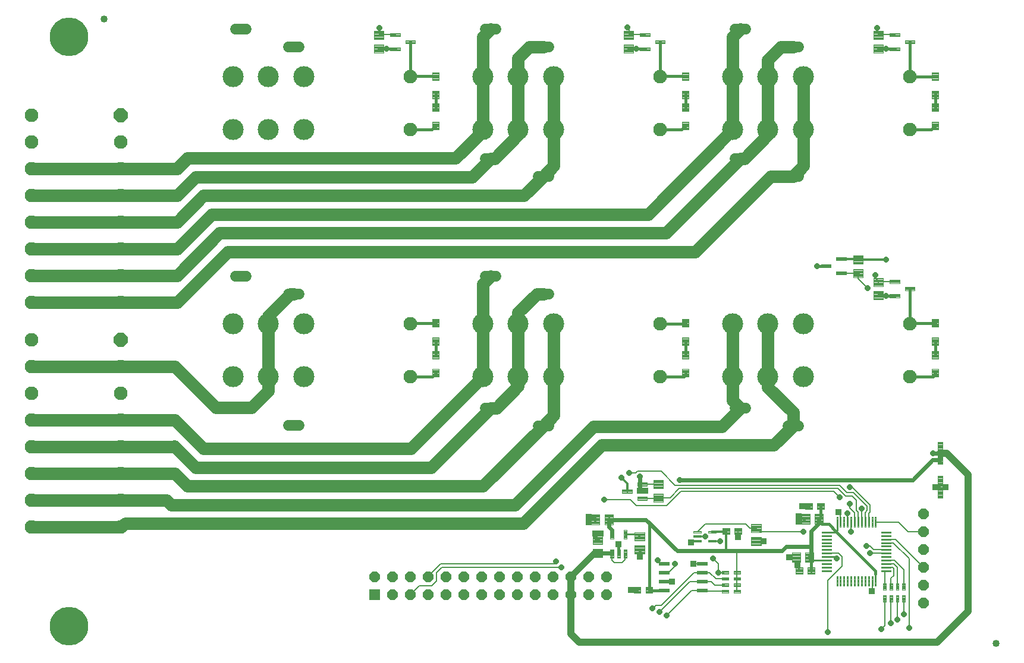
<source format=gtl>
G75*
%MOIN*%
%OFA0B0*%
%FSLAX25Y25*%
%IPPOS*%
%LPD*%
%AMOC8*
5,1,8,0,0,1.08239X$1,22.5*
%
%ADD10OC8,0.05906*%
%ADD11R,0.05906X0.05906*%
%ADD12C,0.00394*%
%ADD13C,0.00402*%
%ADD14C,0.00396*%
%ADD15C,0.00409*%
%ADD16C,0.00390*%
%ADD17C,0.00406*%
%ADD18C,0.04000*%
%ADD19C,0.11811*%
%ADD20C,0.07677*%
%ADD21C,0.06000*%
%ADD22OC8,0.07677*%
%ADD23C,0.21654*%
%ADD24R,0.03175X0.03175*%
%ADD25C,0.01600*%
%ADD26C,0.01000*%
%ADD27C,0.00800*%
%ADD28OC8,0.03175*%
%ADD29C,0.02400*%
%ADD30C,0.01200*%
%ADD31C,0.03200*%
%ADD32C,0.04000*%
%ADD33C,0.07000*%
D10*
X0309333Y0115232D03*
X0319333Y0115232D03*
X0329333Y0115232D03*
X0339333Y0115232D03*
X0349333Y0115232D03*
X0359333Y0115232D03*
X0369333Y0115232D03*
X0379333Y0115232D03*
X0389333Y0115232D03*
X0399333Y0115232D03*
X0409333Y0115232D03*
X0419333Y0115232D03*
X0429333Y0115232D03*
X0439333Y0115232D03*
X0439333Y0105232D03*
X0429333Y0105232D03*
X0419333Y0105232D03*
X0409333Y0105232D03*
X0399333Y0105232D03*
X0389333Y0105232D03*
X0379333Y0105232D03*
X0369333Y0105232D03*
X0359333Y0105232D03*
X0349333Y0105232D03*
X0339333Y0105232D03*
X0329333Y0105232D03*
X0319333Y0105232D03*
X0617188Y0100770D03*
X0617188Y0110770D03*
X0617188Y0120770D03*
X0617188Y0130770D03*
X0617188Y0140770D03*
X0617188Y0150770D03*
D11*
X0309333Y0105232D03*
D12*
X0454623Y0106249D02*
X0458559Y0106249D01*
X0454623Y0106249D02*
X0454623Y0109791D01*
X0458559Y0109791D01*
X0458559Y0106249D01*
X0458559Y0106642D02*
X0454623Y0106642D01*
X0454623Y0107035D02*
X0458559Y0107035D01*
X0458559Y0107428D02*
X0454623Y0107428D01*
X0454623Y0107821D02*
X0458559Y0107821D01*
X0458559Y0108214D02*
X0454623Y0108214D01*
X0454623Y0108607D02*
X0458559Y0108607D01*
X0458559Y0109000D02*
X0454623Y0109000D01*
X0454623Y0109393D02*
X0458559Y0109393D01*
X0458559Y0109786D02*
X0454623Y0109786D01*
X0461316Y0106249D02*
X0465252Y0106249D01*
X0461316Y0106249D02*
X0461316Y0109791D01*
X0465252Y0109791D01*
X0465252Y0106249D01*
X0465252Y0106642D02*
X0461316Y0106642D01*
X0461316Y0107035D02*
X0465252Y0107035D01*
X0465252Y0107428D02*
X0461316Y0107428D01*
X0461316Y0107821D02*
X0465252Y0107821D01*
X0465252Y0108214D02*
X0461316Y0108214D01*
X0461316Y0108607D02*
X0465252Y0108607D01*
X0465252Y0109000D02*
X0461316Y0109000D01*
X0461316Y0109393D02*
X0465252Y0109393D01*
X0465252Y0109786D02*
X0461316Y0109786D01*
X0504070Y0109961D02*
X0504070Y0111535D01*
X0507612Y0111535D01*
X0507612Y0109961D01*
X0504070Y0109961D01*
X0504070Y0110354D02*
X0507612Y0110354D01*
X0507612Y0110747D02*
X0504070Y0110747D01*
X0504070Y0111140D02*
X0507612Y0111140D01*
X0507612Y0111533D02*
X0504070Y0111533D01*
X0504070Y0113504D02*
X0504070Y0115078D01*
X0507612Y0115078D01*
X0507612Y0113504D01*
X0504070Y0113504D01*
X0504070Y0113897D02*
X0507612Y0113897D01*
X0507612Y0114290D02*
X0504070Y0114290D01*
X0504070Y0114683D02*
X0507612Y0114683D01*
X0507612Y0115076D02*
X0504070Y0115076D01*
X0504070Y0117048D02*
X0504070Y0118622D01*
X0507612Y0118622D01*
X0507612Y0117048D01*
X0504070Y0117048D01*
X0504070Y0117441D02*
X0507612Y0117441D01*
X0507612Y0117834D02*
X0504070Y0117834D01*
X0504070Y0118227D02*
X0507612Y0118227D01*
X0507612Y0118620D02*
X0504070Y0118620D01*
X0510763Y0118622D02*
X0510763Y0117048D01*
X0510763Y0118622D02*
X0514305Y0118622D01*
X0514305Y0117048D01*
X0510763Y0117048D01*
X0510763Y0117441D02*
X0514305Y0117441D01*
X0514305Y0117834D02*
X0510763Y0117834D01*
X0510763Y0118227D02*
X0514305Y0118227D01*
X0514305Y0118620D02*
X0510763Y0118620D01*
X0510763Y0115078D02*
X0510763Y0113504D01*
X0510763Y0115078D02*
X0514305Y0115078D01*
X0514305Y0113504D01*
X0510763Y0113504D01*
X0510763Y0113897D02*
X0514305Y0113897D01*
X0514305Y0114290D02*
X0510763Y0114290D01*
X0510763Y0114683D02*
X0514305Y0114683D01*
X0514305Y0115076D02*
X0510763Y0115076D01*
X0510763Y0111535D02*
X0510763Y0109961D01*
X0510763Y0111535D02*
X0514305Y0111535D01*
X0514305Y0109961D01*
X0510763Y0109961D01*
X0510763Y0110354D02*
X0514305Y0110354D01*
X0514305Y0110747D02*
X0510763Y0110747D01*
X0510763Y0111140D02*
X0514305Y0111140D01*
X0514305Y0111533D02*
X0510763Y0111533D01*
X0510763Y0107992D02*
X0510763Y0106418D01*
X0510763Y0107992D02*
X0514305Y0107992D01*
X0514305Y0106418D01*
X0510763Y0106418D01*
X0510763Y0106811D02*
X0514305Y0106811D01*
X0514305Y0107204D02*
X0510763Y0107204D01*
X0510763Y0107597D02*
X0514305Y0107597D01*
X0514305Y0107990D02*
X0510763Y0107990D01*
X0504070Y0107992D02*
X0504070Y0106418D01*
X0504070Y0107992D02*
X0507612Y0107992D01*
X0507612Y0106418D01*
X0504070Y0106418D01*
X0504070Y0106811D02*
X0507612Y0106811D01*
X0507612Y0107204D02*
X0504070Y0107204D01*
X0504070Y0107597D02*
X0507612Y0107597D01*
X0507612Y0107990D02*
X0504070Y0107990D01*
X0545373Y0120541D02*
X0549309Y0120541D01*
X0549309Y0116999D01*
X0545373Y0116999D01*
X0545373Y0120541D01*
X0545373Y0117392D02*
X0549309Y0117392D01*
X0549309Y0117785D02*
X0545373Y0117785D01*
X0545373Y0118178D02*
X0549309Y0118178D01*
X0549309Y0118571D02*
X0545373Y0118571D01*
X0545373Y0118964D02*
X0549309Y0118964D01*
X0549309Y0119357D02*
X0545373Y0119357D01*
X0545373Y0119750D02*
X0549309Y0119750D01*
X0549309Y0120143D02*
X0545373Y0120143D01*
X0545373Y0120536D02*
X0549309Y0120536D01*
X0552066Y0120541D02*
X0556002Y0120541D01*
X0556002Y0116999D01*
X0552066Y0116999D01*
X0552066Y0120541D01*
X0552066Y0117392D02*
X0556002Y0117392D01*
X0556002Y0117785D02*
X0552066Y0117785D01*
X0552066Y0118178D02*
X0556002Y0118178D01*
X0556002Y0118571D02*
X0552066Y0118571D01*
X0552066Y0118964D02*
X0556002Y0118964D01*
X0556002Y0119357D02*
X0552066Y0119357D01*
X0552066Y0119750D02*
X0556002Y0119750D01*
X0556002Y0120143D02*
X0552066Y0120143D01*
X0552066Y0120536D02*
X0556002Y0120536D01*
X0594586Y0111637D02*
X0596160Y0111637D01*
X0596160Y0108095D01*
X0594586Y0108095D01*
X0594586Y0111637D01*
X0594586Y0108488D02*
X0596160Y0108488D01*
X0596160Y0108881D02*
X0594586Y0108881D01*
X0594586Y0109274D02*
X0596160Y0109274D01*
X0596160Y0109667D02*
X0594586Y0109667D01*
X0594586Y0110060D02*
X0596160Y0110060D01*
X0596160Y0110453D02*
X0594586Y0110453D01*
X0594586Y0110846D02*
X0596160Y0110846D01*
X0596160Y0111239D02*
X0594586Y0111239D01*
X0594586Y0111632D02*
X0596160Y0111632D01*
X0598129Y0111637D02*
X0599703Y0111637D01*
X0599703Y0108095D01*
X0598129Y0108095D01*
X0598129Y0111637D01*
X0598129Y0108488D02*
X0599703Y0108488D01*
X0599703Y0108881D02*
X0598129Y0108881D01*
X0598129Y0109274D02*
X0599703Y0109274D01*
X0599703Y0109667D02*
X0598129Y0109667D01*
X0598129Y0110060D02*
X0599703Y0110060D01*
X0599703Y0110453D02*
X0598129Y0110453D01*
X0598129Y0110846D02*
X0599703Y0110846D01*
X0599703Y0111239D02*
X0598129Y0111239D01*
X0598129Y0111632D02*
X0599703Y0111632D01*
X0601672Y0111637D02*
X0603246Y0111637D01*
X0603246Y0108095D01*
X0601672Y0108095D01*
X0601672Y0111637D01*
X0601672Y0108488D02*
X0603246Y0108488D01*
X0603246Y0108881D02*
X0601672Y0108881D01*
X0601672Y0109274D02*
X0603246Y0109274D01*
X0603246Y0109667D02*
X0601672Y0109667D01*
X0601672Y0110060D02*
X0603246Y0110060D01*
X0603246Y0110453D02*
X0601672Y0110453D01*
X0601672Y0110846D02*
X0603246Y0110846D01*
X0603246Y0111239D02*
X0601672Y0111239D01*
X0601672Y0111632D02*
X0603246Y0111632D01*
X0605216Y0111637D02*
X0606790Y0111637D01*
X0606790Y0108095D01*
X0605216Y0108095D01*
X0605216Y0111637D01*
X0605216Y0108488D02*
X0606790Y0108488D01*
X0606790Y0108881D02*
X0605216Y0108881D01*
X0605216Y0109274D02*
X0606790Y0109274D01*
X0606790Y0109667D02*
X0605216Y0109667D01*
X0605216Y0110060D02*
X0606790Y0110060D01*
X0606790Y0110453D02*
X0605216Y0110453D01*
X0605216Y0110846D02*
X0606790Y0110846D01*
X0606790Y0111239D02*
X0605216Y0111239D01*
X0605216Y0111632D02*
X0606790Y0111632D01*
X0606790Y0104944D02*
X0605216Y0104944D01*
X0606790Y0104944D02*
X0606790Y0101402D01*
X0605216Y0101402D01*
X0605216Y0104944D01*
X0605216Y0101795D02*
X0606790Y0101795D01*
X0606790Y0102188D02*
X0605216Y0102188D01*
X0605216Y0102581D02*
X0606790Y0102581D01*
X0606790Y0102974D02*
X0605216Y0102974D01*
X0605216Y0103367D02*
X0606790Y0103367D01*
X0606790Y0103760D02*
X0605216Y0103760D01*
X0605216Y0104153D02*
X0606790Y0104153D01*
X0606790Y0104546D02*
X0605216Y0104546D01*
X0605216Y0104939D02*
X0606790Y0104939D01*
X0603246Y0104944D02*
X0601672Y0104944D01*
X0603246Y0104944D02*
X0603246Y0101402D01*
X0601672Y0101402D01*
X0601672Y0104944D01*
X0601672Y0101795D02*
X0603246Y0101795D01*
X0603246Y0102188D02*
X0601672Y0102188D01*
X0601672Y0102581D02*
X0603246Y0102581D01*
X0603246Y0102974D02*
X0601672Y0102974D01*
X0601672Y0103367D02*
X0603246Y0103367D01*
X0603246Y0103760D02*
X0601672Y0103760D01*
X0601672Y0104153D02*
X0603246Y0104153D01*
X0603246Y0104546D02*
X0601672Y0104546D01*
X0601672Y0104939D02*
X0603246Y0104939D01*
X0599703Y0104944D02*
X0598129Y0104944D01*
X0599703Y0104944D02*
X0599703Y0101402D01*
X0598129Y0101402D01*
X0598129Y0104944D01*
X0598129Y0101795D02*
X0599703Y0101795D01*
X0599703Y0102188D02*
X0598129Y0102188D01*
X0598129Y0102581D02*
X0599703Y0102581D01*
X0599703Y0102974D02*
X0598129Y0102974D01*
X0598129Y0103367D02*
X0599703Y0103367D01*
X0599703Y0103760D02*
X0598129Y0103760D01*
X0598129Y0104153D02*
X0599703Y0104153D01*
X0599703Y0104546D02*
X0598129Y0104546D01*
X0598129Y0104939D02*
X0599703Y0104939D01*
X0596160Y0104944D02*
X0594586Y0104944D01*
X0596160Y0104944D02*
X0596160Y0101402D01*
X0594586Y0101402D01*
X0594586Y0104944D01*
X0594586Y0101795D02*
X0596160Y0101795D01*
X0596160Y0102188D02*
X0594586Y0102188D01*
X0594586Y0102581D02*
X0596160Y0102581D01*
X0596160Y0102974D02*
X0594586Y0102974D01*
X0594586Y0103367D02*
X0596160Y0103367D01*
X0596160Y0103760D02*
X0594586Y0103760D01*
X0594586Y0104153D02*
X0596160Y0104153D01*
X0596160Y0104546D02*
X0594586Y0104546D01*
X0594586Y0104939D02*
X0596160Y0104939D01*
X0561502Y0153249D02*
X0557566Y0153249D01*
X0557566Y0156791D01*
X0561502Y0156791D01*
X0561502Y0153249D01*
X0561502Y0153642D02*
X0557566Y0153642D01*
X0557566Y0154035D02*
X0561502Y0154035D01*
X0561502Y0154428D02*
X0557566Y0154428D01*
X0557566Y0154821D02*
X0561502Y0154821D01*
X0561502Y0155214D02*
X0557566Y0155214D01*
X0557566Y0155607D02*
X0561502Y0155607D01*
X0561502Y0156000D02*
X0557566Y0156000D01*
X0557566Y0156393D02*
X0561502Y0156393D01*
X0561502Y0156786D02*
X0557566Y0156786D01*
X0554809Y0153249D02*
X0550873Y0153249D01*
X0550873Y0156791D01*
X0554809Y0156791D01*
X0554809Y0153249D01*
X0554809Y0153642D02*
X0550873Y0153642D01*
X0550873Y0154035D02*
X0554809Y0154035D01*
X0554809Y0154428D02*
X0550873Y0154428D01*
X0550873Y0154821D02*
X0554809Y0154821D01*
X0554809Y0155214D02*
X0550873Y0155214D01*
X0550873Y0155607D02*
X0554809Y0155607D01*
X0554809Y0156000D02*
X0550873Y0156000D01*
X0550873Y0156393D02*
X0554809Y0156393D01*
X0554809Y0156786D02*
X0550873Y0156786D01*
X0515002Y0139249D02*
X0511066Y0139249D01*
X0511066Y0142791D01*
X0515002Y0142791D01*
X0515002Y0139249D01*
X0515002Y0139642D02*
X0511066Y0139642D01*
X0511066Y0140035D02*
X0515002Y0140035D01*
X0515002Y0140428D02*
X0511066Y0140428D01*
X0511066Y0140821D02*
X0515002Y0140821D01*
X0515002Y0141214D02*
X0511066Y0141214D01*
X0511066Y0141607D02*
X0515002Y0141607D01*
X0515002Y0142000D02*
X0511066Y0142000D01*
X0511066Y0142393D02*
X0515002Y0142393D01*
X0515002Y0142786D02*
X0511066Y0142786D01*
X0508309Y0139249D02*
X0504373Y0139249D01*
X0504373Y0142791D01*
X0508309Y0142791D01*
X0508309Y0139249D01*
X0508309Y0139642D02*
X0504373Y0139642D01*
X0504373Y0140035D02*
X0508309Y0140035D01*
X0508309Y0140428D02*
X0504373Y0140428D01*
X0504373Y0140821D02*
X0508309Y0140821D01*
X0508309Y0141214D02*
X0504373Y0141214D01*
X0504373Y0141607D02*
X0508309Y0141607D01*
X0508309Y0142000D02*
X0504373Y0142000D01*
X0504373Y0142393D02*
X0508309Y0142393D01*
X0508309Y0142786D02*
X0504373Y0142786D01*
X0485459Y0227487D02*
X0485459Y0231817D01*
X0485459Y0227487D02*
X0481917Y0227487D01*
X0481917Y0231817D01*
X0485459Y0231817D01*
X0485459Y0227880D02*
X0481917Y0227880D01*
X0481917Y0228273D02*
X0485459Y0228273D01*
X0485459Y0228666D02*
X0481917Y0228666D01*
X0481917Y0229059D02*
X0485459Y0229059D01*
X0485459Y0229452D02*
X0481917Y0229452D01*
X0481917Y0229845D02*
X0485459Y0229845D01*
X0485459Y0230238D02*
X0481917Y0230238D01*
X0481917Y0230631D02*
X0485459Y0230631D01*
X0485459Y0231024D02*
X0481917Y0231024D01*
X0481917Y0231417D02*
X0485459Y0231417D01*
X0485459Y0231810D02*
X0481917Y0231810D01*
X0485459Y0237723D02*
X0485459Y0242053D01*
X0485459Y0237723D02*
X0481917Y0237723D01*
X0481917Y0242053D01*
X0485459Y0242053D01*
X0485459Y0238116D02*
X0481917Y0238116D01*
X0481917Y0238509D02*
X0485459Y0238509D01*
X0485459Y0238902D02*
X0481917Y0238902D01*
X0481917Y0239295D02*
X0485459Y0239295D01*
X0485459Y0239688D02*
X0481917Y0239688D01*
X0481917Y0240081D02*
X0485459Y0240081D01*
X0485459Y0240474D02*
X0481917Y0240474D01*
X0481917Y0240867D02*
X0485459Y0240867D01*
X0485459Y0241260D02*
X0481917Y0241260D01*
X0481917Y0241653D02*
X0485459Y0241653D01*
X0485459Y0242046D02*
X0481917Y0242046D01*
X0481917Y0245237D02*
X0481917Y0249567D01*
X0485459Y0249567D01*
X0485459Y0245237D01*
X0481917Y0245237D01*
X0481917Y0245630D02*
X0485459Y0245630D01*
X0485459Y0246023D02*
X0481917Y0246023D01*
X0481917Y0246416D02*
X0485459Y0246416D01*
X0485459Y0246809D02*
X0481917Y0246809D01*
X0481917Y0247202D02*
X0485459Y0247202D01*
X0485459Y0247595D02*
X0481917Y0247595D01*
X0481917Y0247988D02*
X0485459Y0247988D01*
X0485459Y0248381D02*
X0481917Y0248381D01*
X0481917Y0248774D02*
X0485459Y0248774D01*
X0485459Y0249167D02*
X0481917Y0249167D01*
X0481917Y0249560D02*
X0485459Y0249560D01*
X0481917Y0255473D02*
X0481917Y0259803D01*
X0485459Y0259803D01*
X0485459Y0255473D01*
X0481917Y0255473D01*
X0481917Y0255866D02*
X0485459Y0255866D01*
X0485459Y0256259D02*
X0481917Y0256259D01*
X0481917Y0256652D02*
X0485459Y0256652D01*
X0485459Y0257045D02*
X0481917Y0257045D01*
X0481917Y0257438D02*
X0485459Y0257438D01*
X0485459Y0257831D02*
X0481917Y0257831D01*
X0481917Y0258224D02*
X0485459Y0258224D01*
X0485459Y0258617D02*
X0481917Y0258617D01*
X0481917Y0259010D02*
X0485459Y0259010D01*
X0485459Y0259403D02*
X0481917Y0259403D01*
X0481917Y0259796D02*
X0485459Y0259796D01*
X0621917Y0259803D02*
X0621917Y0255473D01*
X0621917Y0259803D02*
X0625459Y0259803D01*
X0625459Y0255473D01*
X0621917Y0255473D01*
X0621917Y0255866D02*
X0625459Y0255866D01*
X0625459Y0256259D02*
X0621917Y0256259D01*
X0621917Y0256652D02*
X0625459Y0256652D01*
X0625459Y0257045D02*
X0621917Y0257045D01*
X0621917Y0257438D02*
X0625459Y0257438D01*
X0625459Y0257831D02*
X0621917Y0257831D01*
X0621917Y0258224D02*
X0625459Y0258224D01*
X0625459Y0258617D02*
X0621917Y0258617D01*
X0621917Y0259010D02*
X0625459Y0259010D01*
X0625459Y0259403D02*
X0621917Y0259403D01*
X0621917Y0259796D02*
X0625459Y0259796D01*
X0621917Y0249567D02*
X0621917Y0245237D01*
X0621917Y0249567D02*
X0625459Y0249567D01*
X0625459Y0245237D01*
X0621917Y0245237D01*
X0621917Y0245630D02*
X0625459Y0245630D01*
X0625459Y0246023D02*
X0621917Y0246023D01*
X0621917Y0246416D02*
X0625459Y0246416D01*
X0625459Y0246809D02*
X0621917Y0246809D01*
X0621917Y0247202D02*
X0625459Y0247202D01*
X0625459Y0247595D02*
X0621917Y0247595D01*
X0621917Y0247988D02*
X0625459Y0247988D01*
X0625459Y0248381D02*
X0621917Y0248381D01*
X0621917Y0248774D02*
X0625459Y0248774D01*
X0625459Y0249167D02*
X0621917Y0249167D01*
X0621917Y0249560D02*
X0625459Y0249560D01*
X0625459Y0242053D02*
X0625459Y0237723D01*
X0621917Y0237723D01*
X0621917Y0242053D01*
X0625459Y0242053D01*
X0625459Y0238116D02*
X0621917Y0238116D01*
X0621917Y0238509D02*
X0625459Y0238509D01*
X0625459Y0238902D02*
X0621917Y0238902D01*
X0621917Y0239295D02*
X0625459Y0239295D01*
X0625459Y0239688D02*
X0621917Y0239688D01*
X0621917Y0240081D02*
X0625459Y0240081D01*
X0625459Y0240474D02*
X0621917Y0240474D01*
X0621917Y0240867D02*
X0625459Y0240867D01*
X0625459Y0241260D02*
X0621917Y0241260D01*
X0621917Y0241653D02*
X0625459Y0241653D01*
X0625459Y0242046D02*
X0621917Y0242046D01*
X0625459Y0231817D02*
X0625459Y0227487D01*
X0621917Y0227487D01*
X0621917Y0231817D01*
X0625459Y0231817D01*
X0625459Y0227880D02*
X0621917Y0227880D01*
X0621917Y0228273D02*
X0625459Y0228273D01*
X0625459Y0228666D02*
X0621917Y0228666D01*
X0621917Y0229059D02*
X0625459Y0229059D01*
X0625459Y0229452D02*
X0621917Y0229452D01*
X0621917Y0229845D02*
X0625459Y0229845D01*
X0625459Y0230238D02*
X0621917Y0230238D01*
X0621917Y0230631D02*
X0625459Y0230631D01*
X0625459Y0231024D02*
X0621917Y0231024D01*
X0621917Y0231417D02*
X0625459Y0231417D01*
X0625459Y0231810D02*
X0621917Y0231810D01*
X0625459Y0366237D02*
X0625459Y0370567D01*
X0625459Y0366237D02*
X0621917Y0366237D01*
X0621917Y0370567D01*
X0625459Y0370567D01*
X0625459Y0366630D02*
X0621917Y0366630D01*
X0621917Y0367023D02*
X0625459Y0367023D01*
X0625459Y0367416D02*
X0621917Y0367416D01*
X0621917Y0367809D02*
X0625459Y0367809D01*
X0625459Y0368202D02*
X0621917Y0368202D01*
X0621917Y0368595D02*
X0625459Y0368595D01*
X0625459Y0368988D02*
X0621917Y0368988D01*
X0621917Y0369381D02*
X0625459Y0369381D01*
X0625459Y0369774D02*
X0621917Y0369774D01*
X0621917Y0370167D02*
X0625459Y0370167D01*
X0625459Y0370560D02*
X0621917Y0370560D01*
X0625459Y0376473D02*
X0625459Y0380803D01*
X0625459Y0376473D02*
X0621917Y0376473D01*
X0621917Y0380803D01*
X0625459Y0380803D01*
X0625459Y0376866D02*
X0621917Y0376866D01*
X0621917Y0377259D02*
X0625459Y0377259D01*
X0625459Y0377652D02*
X0621917Y0377652D01*
X0621917Y0378045D02*
X0625459Y0378045D01*
X0625459Y0378438D02*
X0621917Y0378438D01*
X0621917Y0378831D02*
X0625459Y0378831D01*
X0625459Y0379224D02*
X0621917Y0379224D01*
X0621917Y0379617D02*
X0625459Y0379617D01*
X0625459Y0380010D02*
X0621917Y0380010D01*
X0621917Y0380403D02*
X0625459Y0380403D01*
X0625459Y0380796D02*
X0621917Y0380796D01*
X0621917Y0383737D02*
X0621917Y0388067D01*
X0625459Y0388067D01*
X0625459Y0383737D01*
X0621917Y0383737D01*
X0621917Y0384130D02*
X0625459Y0384130D01*
X0625459Y0384523D02*
X0621917Y0384523D01*
X0621917Y0384916D02*
X0625459Y0384916D01*
X0625459Y0385309D02*
X0621917Y0385309D01*
X0621917Y0385702D02*
X0625459Y0385702D01*
X0625459Y0386095D02*
X0621917Y0386095D01*
X0621917Y0386488D02*
X0625459Y0386488D01*
X0625459Y0386881D02*
X0621917Y0386881D01*
X0621917Y0387274D02*
X0625459Y0387274D01*
X0625459Y0387667D02*
X0621917Y0387667D01*
X0621917Y0388060D02*
X0625459Y0388060D01*
X0621917Y0393973D02*
X0621917Y0398303D01*
X0625459Y0398303D01*
X0625459Y0393973D01*
X0621917Y0393973D01*
X0621917Y0394366D02*
X0625459Y0394366D01*
X0625459Y0394759D02*
X0621917Y0394759D01*
X0621917Y0395152D02*
X0625459Y0395152D01*
X0625459Y0395545D02*
X0621917Y0395545D01*
X0621917Y0395938D02*
X0625459Y0395938D01*
X0625459Y0396331D02*
X0621917Y0396331D01*
X0621917Y0396724D02*
X0625459Y0396724D01*
X0625459Y0397117D02*
X0621917Y0397117D01*
X0621917Y0397510D02*
X0625459Y0397510D01*
X0625459Y0397903D02*
X0621917Y0397903D01*
X0621917Y0398296D02*
X0625459Y0398296D01*
X0481917Y0398303D02*
X0481917Y0393973D01*
X0481917Y0398303D02*
X0485459Y0398303D01*
X0485459Y0393973D01*
X0481917Y0393973D01*
X0481917Y0394366D02*
X0485459Y0394366D01*
X0485459Y0394759D02*
X0481917Y0394759D01*
X0481917Y0395152D02*
X0485459Y0395152D01*
X0485459Y0395545D02*
X0481917Y0395545D01*
X0481917Y0395938D02*
X0485459Y0395938D01*
X0485459Y0396331D02*
X0481917Y0396331D01*
X0481917Y0396724D02*
X0485459Y0396724D01*
X0485459Y0397117D02*
X0481917Y0397117D01*
X0481917Y0397510D02*
X0485459Y0397510D01*
X0485459Y0397903D02*
X0481917Y0397903D01*
X0481917Y0398296D02*
X0485459Y0398296D01*
X0481917Y0388067D02*
X0481917Y0383737D01*
X0481917Y0388067D02*
X0485459Y0388067D01*
X0485459Y0383737D01*
X0481917Y0383737D01*
X0481917Y0384130D02*
X0485459Y0384130D01*
X0485459Y0384523D02*
X0481917Y0384523D01*
X0481917Y0384916D02*
X0485459Y0384916D01*
X0485459Y0385309D02*
X0481917Y0385309D01*
X0481917Y0385702D02*
X0485459Y0385702D01*
X0485459Y0386095D02*
X0481917Y0386095D01*
X0481917Y0386488D02*
X0485459Y0386488D01*
X0485459Y0386881D02*
X0481917Y0386881D01*
X0481917Y0387274D02*
X0485459Y0387274D01*
X0485459Y0387667D02*
X0481917Y0387667D01*
X0481917Y0388060D02*
X0485459Y0388060D01*
X0485459Y0380803D02*
X0485459Y0376473D01*
X0481917Y0376473D01*
X0481917Y0380803D01*
X0485459Y0380803D01*
X0485459Y0376866D02*
X0481917Y0376866D01*
X0481917Y0377259D02*
X0485459Y0377259D01*
X0485459Y0377652D02*
X0481917Y0377652D01*
X0481917Y0378045D02*
X0485459Y0378045D01*
X0485459Y0378438D02*
X0481917Y0378438D01*
X0481917Y0378831D02*
X0485459Y0378831D01*
X0485459Y0379224D02*
X0481917Y0379224D01*
X0481917Y0379617D02*
X0485459Y0379617D01*
X0485459Y0380010D02*
X0481917Y0380010D01*
X0481917Y0380403D02*
X0485459Y0380403D01*
X0485459Y0380796D02*
X0481917Y0380796D01*
X0485459Y0370567D02*
X0485459Y0366237D01*
X0481917Y0366237D01*
X0481917Y0370567D01*
X0485459Y0370567D01*
X0485459Y0366630D02*
X0481917Y0366630D01*
X0481917Y0367023D02*
X0485459Y0367023D01*
X0485459Y0367416D02*
X0481917Y0367416D01*
X0481917Y0367809D02*
X0485459Y0367809D01*
X0485459Y0368202D02*
X0481917Y0368202D01*
X0481917Y0368595D02*
X0485459Y0368595D01*
X0485459Y0368988D02*
X0481917Y0368988D01*
X0481917Y0369381D02*
X0485459Y0369381D01*
X0485459Y0369774D02*
X0481917Y0369774D01*
X0481917Y0370167D02*
X0485459Y0370167D01*
X0485459Y0370560D02*
X0481917Y0370560D01*
X0345459Y0370567D02*
X0345459Y0366237D01*
X0341917Y0366237D01*
X0341917Y0370567D01*
X0345459Y0370567D01*
X0345459Y0366630D02*
X0341917Y0366630D01*
X0341917Y0367023D02*
X0345459Y0367023D01*
X0345459Y0367416D02*
X0341917Y0367416D01*
X0341917Y0367809D02*
X0345459Y0367809D01*
X0345459Y0368202D02*
X0341917Y0368202D01*
X0341917Y0368595D02*
X0345459Y0368595D01*
X0345459Y0368988D02*
X0341917Y0368988D01*
X0341917Y0369381D02*
X0345459Y0369381D01*
X0345459Y0369774D02*
X0341917Y0369774D01*
X0341917Y0370167D02*
X0345459Y0370167D01*
X0345459Y0370560D02*
X0341917Y0370560D01*
X0345459Y0376473D02*
X0345459Y0380803D01*
X0345459Y0376473D02*
X0341917Y0376473D01*
X0341917Y0380803D01*
X0345459Y0380803D01*
X0345459Y0376866D02*
X0341917Y0376866D01*
X0341917Y0377259D02*
X0345459Y0377259D01*
X0345459Y0377652D02*
X0341917Y0377652D01*
X0341917Y0378045D02*
X0345459Y0378045D01*
X0345459Y0378438D02*
X0341917Y0378438D01*
X0341917Y0378831D02*
X0345459Y0378831D01*
X0345459Y0379224D02*
X0341917Y0379224D01*
X0341917Y0379617D02*
X0345459Y0379617D01*
X0345459Y0380010D02*
X0341917Y0380010D01*
X0341917Y0380403D02*
X0345459Y0380403D01*
X0345459Y0380796D02*
X0341917Y0380796D01*
X0341917Y0383737D02*
X0341917Y0388067D01*
X0345459Y0388067D01*
X0345459Y0383737D01*
X0341917Y0383737D01*
X0341917Y0384130D02*
X0345459Y0384130D01*
X0345459Y0384523D02*
X0341917Y0384523D01*
X0341917Y0384916D02*
X0345459Y0384916D01*
X0345459Y0385309D02*
X0341917Y0385309D01*
X0341917Y0385702D02*
X0345459Y0385702D01*
X0345459Y0386095D02*
X0341917Y0386095D01*
X0341917Y0386488D02*
X0345459Y0386488D01*
X0345459Y0386881D02*
X0341917Y0386881D01*
X0341917Y0387274D02*
X0345459Y0387274D01*
X0345459Y0387667D02*
X0341917Y0387667D01*
X0341917Y0388060D02*
X0345459Y0388060D01*
X0341917Y0393973D02*
X0341917Y0398303D01*
X0345459Y0398303D01*
X0345459Y0393973D01*
X0341917Y0393973D01*
X0341917Y0394366D02*
X0345459Y0394366D01*
X0345459Y0394759D02*
X0341917Y0394759D01*
X0341917Y0395152D02*
X0345459Y0395152D01*
X0345459Y0395545D02*
X0341917Y0395545D01*
X0341917Y0395938D02*
X0345459Y0395938D01*
X0345459Y0396331D02*
X0341917Y0396331D01*
X0341917Y0396724D02*
X0345459Y0396724D01*
X0345459Y0397117D02*
X0341917Y0397117D01*
X0341917Y0397510D02*
X0345459Y0397510D01*
X0345459Y0397903D02*
X0341917Y0397903D01*
X0341917Y0398296D02*
X0345459Y0398296D01*
X0341917Y0259803D02*
X0341917Y0255473D01*
X0341917Y0259803D02*
X0345459Y0259803D01*
X0345459Y0255473D01*
X0341917Y0255473D01*
X0341917Y0255866D02*
X0345459Y0255866D01*
X0345459Y0256259D02*
X0341917Y0256259D01*
X0341917Y0256652D02*
X0345459Y0256652D01*
X0345459Y0257045D02*
X0341917Y0257045D01*
X0341917Y0257438D02*
X0345459Y0257438D01*
X0345459Y0257831D02*
X0341917Y0257831D01*
X0341917Y0258224D02*
X0345459Y0258224D01*
X0345459Y0258617D02*
X0341917Y0258617D01*
X0341917Y0259010D02*
X0345459Y0259010D01*
X0345459Y0259403D02*
X0341917Y0259403D01*
X0341917Y0259796D02*
X0345459Y0259796D01*
X0341917Y0249567D02*
X0341917Y0245237D01*
X0341917Y0249567D02*
X0345459Y0249567D01*
X0345459Y0245237D01*
X0341917Y0245237D01*
X0341917Y0245630D02*
X0345459Y0245630D01*
X0345459Y0246023D02*
X0341917Y0246023D01*
X0341917Y0246416D02*
X0345459Y0246416D01*
X0345459Y0246809D02*
X0341917Y0246809D01*
X0341917Y0247202D02*
X0345459Y0247202D01*
X0345459Y0247595D02*
X0341917Y0247595D01*
X0341917Y0247988D02*
X0345459Y0247988D01*
X0345459Y0248381D02*
X0341917Y0248381D01*
X0341917Y0248774D02*
X0345459Y0248774D01*
X0345459Y0249167D02*
X0341917Y0249167D01*
X0341917Y0249560D02*
X0345459Y0249560D01*
X0345459Y0242053D02*
X0345459Y0237723D01*
X0341917Y0237723D01*
X0341917Y0242053D01*
X0345459Y0242053D01*
X0345459Y0238116D02*
X0341917Y0238116D01*
X0341917Y0238509D02*
X0345459Y0238509D01*
X0345459Y0238902D02*
X0341917Y0238902D01*
X0341917Y0239295D02*
X0345459Y0239295D01*
X0345459Y0239688D02*
X0341917Y0239688D01*
X0341917Y0240081D02*
X0345459Y0240081D01*
X0345459Y0240474D02*
X0341917Y0240474D01*
X0341917Y0240867D02*
X0345459Y0240867D01*
X0345459Y0241260D02*
X0341917Y0241260D01*
X0341917Y0241653D02*
X0345459Y0241653D01*
X0345459Y0242046D02*
X0341917Y0242046D01*
X0345459Y0231817D02*
X0345459Y0227487D01*
X0341917Y0227487D01*
X0341917Y0231817D01*
X0345459Y0231817D01*
X0345459Y0227880D02*
X0341917Y0227880D01*
X0341917Y0228273D02*
X0345459Y0228273D01*
X0345459Y0228666D02*
X0341917Y0228666D01*
X0341917Y0229059D02*
X0345459Y0229059D01*
X0345459Y0229452D02*
X0341917Y0229452D01*
X0341917Y0229845D02*
X0345459Y0229845D01*
X0345459Y0230238D02*
X0341917Y0230238D01*
X0341917Y0230631D02*
X0345459Y0230631D01*
X0345459Y0231024D02*
X0341917Y0231024D01*
X0341917Y0231417D02*
X0345459Y0231417D01*
X0345459Y0231810D02*
X0341917Y0231810D01*
D13*
X0468708Y0123769D02*
X0474408Y0123769D01*
X0474408Y0121809D01*
X0468708Y0121809D01*
X0468708Y0123769D01*
X0468708Y0122210D02*
X0474408Y0122210D01*
X0474408Y0122611D02*
X0468708Y0122611D01*
X0468708Y0123012D02*
X0474408Y0123012D01*
X0474408Y0123413D02*
X0468708Y0123413D01*
X0468708Y0118769D02*
X0474408Y0118769D01*
X0474408Y0116809D01*
X0468708Y0116809D01*
X0468708Y0118769D01*
X0468708Y0117210D02*
X0474408Y0117210D01*
X0474408Y0117611D02*
X0468708Y0117611D01*
X0468708Y0118012D02*
X0474408Y0118012D01*
X0474408Y0118413D02*
X0468708Y0118413D01*
X0468708Y0113769D02*
X0474408Y0113769D01*
X0474408Y0111809D01*
X0468708Y0111809D01*
X0468708Y0113769D01*
X0468708Y0112210D02*
X0474408Y0112210D01*
X0474408Y0112611D02*
X0468708Y0112611D01*
X0468708Y0113012D02*
X0474408Y0113012D01*
X0474408Y0113413D02*
X0468708Y0113413D01*
X0468708Y0108769D02*
X0474408Y0108769D01*
X0474408Y0106809D01*
X0468708Y0106809D01*
X0468708Y0108769D01*
X0468708Y0107210D02*
X0474408Y0107210D01*
X0474408Y0107611D02*
X0468708Y0107611D01*
X0468708Y0108012D02*
X0474408Y0108012D01*
X0474408Y0108413D02*
X0468708Y0108413D01*
X0489968Y0108769D02*
X0495668Y0108769D01*
X0495668Y0106809D01*
X0489968Y0106809D01*
X0489968Y0108769D01*
X0489968Y0107210D02*
X0495668Y0107210D01*
X0495668Y0107611D02*
X0489968Y0107611D01*
X0489968Y0108012D02*
X0495668Y0108012D01*
X0495668Y0108413D02*
X0489968Y0108413D01*
X0489968Y0113769D02*
X0495668Y0113769D01*
X0495668Y0111809D01*
X0489968Y0111809D01*
X0489968Y0113769D01*
X0489968Y0112210D02*
X0495668Y0112210D01*
X0495668Y0112611D02*
X0489968Y0112611D01*
X0489968Y0113012D02*
X0495668Y0113012D01*
X0495668Y0113413D02*
X0489968Y0113413D01*
X0489968Y0118769D02*
X0495668Y0118769D01*
X0495668Y0116809D01*
X0489968Y0116809D01*
X0489968Y0118769D01*
X0489968Y0117210D02*
X0495668Y0117210D01*
X0495668Y0117611D02*
X0489968Y0117611D01*
X0489968Y0118012D02*
X0495668Y0118012D01*
X0495668Y0118413D02*
X0489968Y0118413D01*
X0489968Y0123769D02*
X0495668Y0123769D01*
X0495668Y0121809D01*
X0489968Y0121809D01*
X0489968Y0123769D01*
X0489968Y0122210D02*
X0495668Y0122210D01*
X0495668Y0122611D02*
X0489968Y0122611D01*
X0489968Y0123012D02*
X0495668Y0123012D01*
X0495668Y0123413D02*
X0489968Y0123413D01*
D14*
X0450790Y0125968D02*
X0450790Y0130772D01*
X0450790Y0125968D02*
X0448986Y0125968D01*
X0448986Y0130772D01*
X0450790Y0130772D01*
X0450790Y0126363D02*
X0448986Y0126363D01*
X0448986Y0126758D02*
X0450790Y0126758D01*
X0450790Y0127153D02*
X0448986Y0127153D01*
X0448986Y0127548D02*
X0450790Y0127548D01*
X0450790Y0127943D02*
X0448986Y0127943D01*
X0448986Y0128338D02*
X0450790Y0128338D01*
X0450790Y0128733D02*
X0448986Y0128733D01*
X0448986Y0129128D02*
X0450790Y0129128D01*
X0450790Y0129523D02*
X0448986Y0129523D01*
X0448986Y0129918D02*
X0450790Y0129918D01*
X0450790Y0130313D02*
X0448986Y0130313D01*
X0448986Y0130708D02*
X0450790Y0130708D01*
X0447090Y0130772D02*
X0447090Y0125968D01*
X0445286Y0125968D01*
X0445286Y0130772D01*
X0447090Y0130772D01*
X0447090Y0126363D02*
X0445286Y0126363D01*
X0445286Y0126758D02*
X0447090Y0126758D01*
X0447090Y0127153D02*
X0445286Y0127153D01*
X0445286Y0127548D02*
X0447090Y0127548D01*
X0447090Y0127943D02*
X0445286Y0127943D01*
X0445286Y0128338D02*
X0447090Y0128338D01*
X0447090Y0128733D02*
X0445286Y0128733D01*
X0445286Y0129128D02*
X0447090Y0129128D01*
X0447090Y0129523D02*
X0445286Y0129523D01*
X0445286Y0129918D02*
X0447090Y0129918D01*
X0447090Y0130313D02*
X0445286Y0130313D01*
X0445286Y0130708D02*
X0447090Y0130708D01*
X0443390Y0130772D02*
X0443390Y0125968D01*
X0441586Y0125968D01*
X0441586Y0130772D01*
X0443390Y0130772D01*
X0443390Y0126363D02*
X0441586Y0126363D01*
X0441586Y0126758D02*
X0443390Y0126758D01*
X0443390Y0127153D02*
X0441586Y0127153D01*
X0441586Y0127548D02*
X0443390Y0127548D01*
X0443390Y0127943D02*
X0441586Y0127943D01*
X0441586Y0128338D02*
X0443390Y0128338D01*
X0443390Y0128733D02*
X0441586Y0128733D01*
X0441586Y0129128D02*
X0443390Y0129128D01*
X0443390Y0129523D02*
X0441586Y0129523D01*
X0441586Y0129918D02*
X0443390Y0129918D01*
X0443390Y0130313D02*
X0441586Y0130313D01*
X0441586Y0130708D02*
X0443390Y0130708D01*
X0443390Y0136768D02*
X0443390Y0141572D01*
X0443390Y0136768D02*
X0441586Y0136768D01*
X0441586Y0141572D01*
X0443390Y0141572D01*
X0443390Y0137163D02*
X0441586Y0137163D01*
X0441586Y0137558D02*
X0443390Y0137558D01*
X0443390Y0137953D02*
X0441586Y0137953D01*
X0441586Y0138348D02*
X0443390Y0138348D01*
X0443390Y0138743D02*
X0441586Y0138743D01*
X0441586Y0139138D02*
X0443390Y0139138D01*
X0443390Y0139533D02*
X0441586Y0139533D01*
X0441586Y0139928D02*
X0443390Y0139928D01*
X0443390Y0140323D02*
X0441586Y0140323D01*
X0441586Y0140718D02*
X0443390Y0140718D01*
X0443390Y0141113D02*
X0441586Y0141113D01*
X0441586Y0141508D02*
X0443390Y0141508D01*
X0450790Y0141572D02*
X0450790Y0136768D01*
X0448986Y0136768D01*
X0448986Y0141572D01*
X0450790Y0141572D01*
X0450790Y0137163D02*
X0448986Y0137163D01*
X0448986Y0137558D02*
X0450790Y0137558D01*
X0450790Y0137953D02*
X0448986Y0137953D01*
X0448986Y0138348D02*
X0450790Y0138348D01*
X0450790Y0138743D02*
X0448986Y0138743D01*
X0448986Y0139138D02*
X0450790Y0139138D01*
X0450790Y0139533D02*
X0448986Y0139533D01*
X0448986Y0139928D02*
X0450790Y0139928D01*
X0450790Y0140323D02*
X0448986Y0140323D01*
X0448986Y0140718D02*
X0450790Y0140718D01*
X0450790Y0141113D02*
X0448986Y0141113D01*
X0448986Y0141508D02*
X0450790Y0141508D01*
X0456636Y0160172D02*
X0462240Y0160172D01*
X0462240Y0158368D01*
X0456636Y0158368D01*
X0456636Y0160172D01*
X0456636Y0158763D02*
X0462240Y0158763D01*
X0462240Y0159158D02*
X0456636Y0159158D01*
X0456636Y0159553D02*
X0462240Y0159553D01*
X0462240Y0159948D02*
X0456636Y0159948D01*
X0453740Y0164172D02*
X0448136Y0164172D01*
X0453740Y0164172D02*
X0453740Y0162368D01*
X0448136Y0162368D01*
X0448136Y0164172D01*
X0448136Y0162763D02*
X0453740Y0162763D01*
X0453740Y0163158D02*
X0448136Y0163158D01*
X0448136Y0163553D02*
X0453740Y0163553D01*
X0453740Y0163948D02*
X0448136Y0163948D01*
X0456636Y0168172D02*
X0462240Y0168172D01*
X0462240Y0166368D01*
X0456636Y0166368D01*
X0456636Y0168172D01*
X0456636Y0166763D02*
X0462240Y0166763D01*
X0462240Y0167158D02*
X0456636Y0167158D01*
X0456636Y0167553D02*
X0462240Y0167553D01*
X0462240Y0167948D02*
X0456636Y0167948D01*
X0560136Y0140672D02*
X0560136Y0139968D01*
X0560136Y0140672D02*
X0565540Y0140672D01*
X0565540Y0139968D01*
X0560136Y0139968D01*
X0560136Y0140363D02*
X0565540Y0140363D01*
X0560136Y0138772D02*
X0560136Y0138068D01*
X0560136Y0138772D02*
X0565540Y0138772D01*
X0565540Y0138068D01*
X0560136Y0138068D01*
X0560136Y0138463D02*
X0565540Y0138463D01*
X0560136Y0136772D02*
X0560136Y0136068D01*
X0560136Y0136772D02*
X0565540Y0136772D01*
X0565540Y0136068D01*
X0560136Y0136068D01*
X0560136Y0136463D02*
X0565540Y0136463D01*
X0560136Y0134772D02*
X0560136Y0134068D01*
X0560136Y0134772D02*
X0565540Y0134772D01*
X0565540Y0134068D01*
X0560136Y0134068D01*
X0560136Y0134463D02*
X0565540Y0134463D01*
X0560136Y0132872D02*
X0560136Y0132168D01*
X0560136Y0132872D02*
X0565540Y0132872D01*
X0565540Y0132168D01*
X0560136Y0132168D01*
X0560136Y0132563D02*
X0565540Y0132563D01*
X0560136Y0130872D02*
X0560136Y0130168D01*
X0560136Y0130872D02*
X0565540Y0130872D01*
X0565540Y0130168D01*
X0560136Y0130168D01*
X0560136Y0130563D02*
X0565540Y0130563D01*
X0560136Y0128872D02*
X0560136Y0128168D01*
X0560136Y0128872D02*
X0565540Y0128872D01*
X0565540Y0128168D01*
X0560136Y0128168D01*
X0560136Y0128563D02*
X0565540Y0128563D01*
X0560136Y0126872D02*
X0560136Y0126168D01*
X0560136Y0126872D02*
X0565540Y0126872D01*
X0565540Y0126168D01*
X0560136Y0126168D01*
X0560136Y0126563D02*
X0565540Y0126563D01*
X0560136Y0124972D02*
X0560136Y0124268D01*
X0560136Y0124972D02*
X0565540Y0124972D01*
X0565540Y0124268D01*
X0560136Y0124268D01*
X0560136Y0124663D02*
X0565540Y0124663D01*
X0560136Y0122972D02*
X0560136Y0122268D01*
X0560136Y0122972D02*
X0565540Y0122972D01*
X0565540Y0122268D01*
X0560136Y0122268D01*
X0560136Y0122663D02*
X0565540Y0122663D01*
X0560136Y0120972D02*
X0560136Y0120268D01*
X0560136Y0120972D02*
X0565540Y0120972D01*
X0565540Y0120268D01*
X0560136Y0120268D01*
X0560136Y0120663D02*
X0565540Y0120663D01*
X0560136Y0119072D02*
X0560136Y0118368D01*
X0560136Y0119072D02*
X0565540Y0119072D01*
X0565540Y0118368D01*
X0560136Y0118368D01*
X0560136Y0118763D02*
X0565540Y0118763D01*
X0568286Y0115622D02*
X0568990Y0115622D01*
X0568990Y0110218D01*
X0568286Y0110218D01*
X0568286Y0115622D01*
X0568286Y0110613D02*
X0568990Y0110613D01*
X0568990Y0111008D02*
X0568286Y0111008D01*
X0568286Y0111403D02*
X0568990Y0111403D01*
X0568990Y0111798D02*
X0568286Y0111798D01*
X0568286Y0112193D02*
X0568990Y0112193D01*
X0568990Y0112588D02*
X0568286Y0112588D01*
X0568286Y0112983D02*
X0568990Y0112983D01*
X0568990Y0113378D02*
X0568286Y0113378D01*
X0568286Y0113773D02*
X0568990Y0113773D01*
X0568990Y0114168D02*
X0568286Y0114168D01*
X0568286Y0114563D02*
X0568990Y0114563D01*
X0568990Y0114958D02*
X0568286Y0114958D01*
X0568286Y0115353D02*
X0568990Y0115353D01*
X0570186Y0115622D02*
X0570890Y0115622D01*
X0570890Y0110218D01*
X0570186Y0110218D01*
X0570186Y0115622D01*
X0570186Y0110613D02*
X0570890Y0110613D01*
X0570890Y0111008D02*
X0570186Y0111008D01*
X0570186Y0111403D02*
X0570890Y0111403D01*
X0570890Y0111798D02*
X0570186Y0111798D01*
X0570186Y0112193D02*
X0570890Y0112193D01*
X0570890Y0112588D02*
X0570186Y0112588D01*
X0570186Y0112983D02*
X0570890Y0112983D01*
X0570890Y0113378D02*
X0570186Y0113378D01*
X0570186Y0113773D02*
X0570890Y0113773D01*
X0570890Y0114168D02*
X0570186Y0114168D01*
X0570186Y0114563D02*
X0570890Y0114563D01*
X0570890Y0114958D02*
X0570186Y0114958D01*
X0570186Y0115353D02*
X0570890Y0115353D01*
X0572186Y0115622D02*
X0572890Y0115622D01*
X0572890Y0110218D01*
X0572186Y0110218D01*
X0572186Y0115622D01*
X0572186Y0110613D02*
X0572890Y0110613D01*
X0572890Y0111008D02*
X0572186Y0111008D01*
X0572186Y0111403D02*
X0572890Y0111403D01*
X0572890Y0111798D02*
X0572186Y0111798D01*
X0572186Y0112193D02*
X0572890Y0112193D01*
X0572890Y0112588D02*
X0572186Y0112588D01*
X0572186Y0112983D02*
X0572890Y0112983D01*
X0572890Y0113378D02*
X0572186Y0113378D01*
X0572186Y0113773D02*
X0572890Y0113773D01*
X0572890Y0114168D02*
X0572186Y0114168D01*
X0572186Y0114563D02*
X0572890Y0114563D01*
X0572890Y0114958D02*
X0572186Y0114958D01*
X0572186Y0115353D02*
X0572890Y0115353D01*
X0574186Y0115622D02*
X0574890Y0115622D01*
X0574890Y0110218D01*
X0574186Y0110218D01*
X0574186Y0115622D01*
X0574186Y0110613D02*
X0574890Y0110613D01*
X0574890Y0111008D02*
X0574186Y0111008D01*
X0574186Y0111403D02*
X0574890Y0111403D01*
X0574890Y0111798D02*
X0574186Y0111798D01*
X0574186Y0112193D02*
X0574890Y0112193D01*
X0574890Y0112588D02*
X0574186Y0112588D01*
X0574186Y0112983D02*
X0574890Y0112983D01*
X0574890Y0113378D02*
X0574186Y0113378D01*
X0574186Y0113773D02*
X0574890Y0113773D01*
X0574890Y0114168D02*
X0574186Y0114168D01*
X0574186Y0114563D02*
X0574890Y0114563D01*
X0574890Y0114958D02*
X0574186Y0114958D01*
X0574186Y0115353D02*
X0574890Y0115353D01*
X0576086Y0115622D02*
X0576790Y0115622D01*
X0576790Y0110218D01*
X0576086Y0110218D01*
X0576086Y0115622D01*
X0576086Y0110613D02*
X0576790Y0110613D01*
X0576790Y0111008D02*
X0576086Y0111008D01*
X0576086Y0111403D02*
X0576790Y0111403D01*
X0576790Y0111798D02*
X0576086Y0111798D01*
X0576086Y0112193D02*
X0576790Y0112193D01*
X0576790Y0112588D02*
X0576086Y0112588D01*
X0576086Y0112983D02*
X0576790Y0112983D01*
X0576790Y0113378D02*
X0576086Y0113378D01*
X0576086Y0113773D02*
X0576790Y0113773D01*
X0576790Y0114168D02*
X0576086Y0114168D01*
X0576086Y0114563D02*
X0576790Y0114563D01*
X0576790Y0114958D02*
X0576086Y0114958D01*
X0576086Y0115353D02*
X0576790Y0115353D01*
X0578086Y0115622D02*
X0578790Y0115622D01*
X0578790Y0110218D01*
X0578086Y0110218D01*
X0578086Y0115622D01*
X0578086Y0110613D02*
X0578790Y0110613D01*
X0578790Y0111008D02*
X0578086Y0111008D01*
X0578086Y0111403D02*
X0578790Y0111403D01*
X0578790Y0111798D02*
X0578086Y0111798D01*
X0578086Y0112193D02*
X0578790Y0112193D01*
X0578790Y0112588D02*
X0578086Y0112588D01*
X0578086Y0112983D02*
X0578790Y0112983D01*
X0578790Y0113378D02*
X0578086Y0113378D01*
X0578086Y0113773D02*
X0578790Y0113773D01*
X0578790Y0114168D02*
X0578086Y0114168D01*
X0578086Y0114563D02*
X0578790Y0114563D01*
X0578790Y0114958D02*
X0578086Y0114958D01*
X0578086Y0115353D02*
X0578790Y0115353D01*
X0580086Y0115622D02*
X0580790Y0115622D01*
X0580790Y0110218D01*
X0580086Y0110218D01*
X0580086Y0115622D01*
X0580086Y0110613D02*
X0580790Y0110613D01*
X0580790Y0111008D02*
X0580086Y0111008D01*
X0580086Y0111403D02*
X0580790Y0111403D01*
X0580790Y0111798D02*
X0580086Y0111798D01*
X0580086Y0112193D02*
X0580790Y0112193D01*
X0580790Y0112588D02*
X0580086Y0112588D01*
X0580086Y0112983D02*
X0580790Y0112983D01*
X0580790Y0113378D02*
X0580086Y0113378D01*
X0580086Y0113773D02*
X0580790Y0113773D01*
X0580790Y0114168D02*
X0580086Y0114168D01*
X0580086Y0114563D02*
X0580790Y0114563D01*
X0580790Y0114958D02*
X0580086Y0114958D01*
X0580086Y0115353D02*
X0580790Y0115353D01*
X0582086Y0115622D02*
X0582790Y0115622D01*
X0582790Y0110218D01*
X0582086Y0110218D01*
X0582086Y0115622D01*
X0582086Y0110613D02*
X0582790Y0110613D01*
X0582790Y0111008D02*
X0582086Y0111008D01*
X0582086Y0111403D02*
X0582790Y0111403D01*
X0582790Y0111798D02*
X0582086Y0111798D01*
X0582086Y0112193D02*
X0582790Y0112193D01*
X0582790Y0112588D02*
X0582086Y0112588D01*
X0582086Y0112983D02*
X0582790Y0112983D01*
X0582790Y0113378D02*
X0582086Y0113378D01*
X0582086Y0113773D02*
X0582790Y0113773D01*
X0582790Y0114168D02*
X0582086Y0114168D01*
X0582086Y0114563D02*
X0582790Y0114563D01*
X0582790Y0114958D02*
X0582086Y0114958D01*
X0582086Y0115353D02*
X0582790Y0115353D01*
X0583986Y0115622D02*
X0584690Y0115622D01*
X0584690Y0110218D01*
X0583986Y0110218D01*
X0583986Y0115622D01*
X0583986Y0110613D02*
X0584690Y0110613D01*
X0584690Y0111008D02*
X0583986Y0111008D01*
X0583986Y0111403D02*
X0584690Y0111403D01*
X0584690Y0111798D02*
X0583986Y0111798D01*
X0583986Y0112193D02*
X0584690Y0112193D01*
X0584690Y0112588D02*
X0583986Y0112588D01*
X0583986Y0112983D02*
X0584690Y0112983D01*
X0584690Y0113378D02*
X0583986Y0113378D01*
X0583986Y0113773D02*
X0584690Y0113773D01*
X0584690Y0114168D02*
X0583986Y0114168D01*
X0583986Y0114563D02*
X0584690Y0114563D01*
X0584690Y0114958D02*
X0583986Y0114958D01*
X0583986Y0115353D02*
X0584690Y0115353D01*
X0585986Y0115622D02*
X0586690Y0115622D01*
X0586690Y0110218D01*
X0585986Y0110218D01*
X0585986Y0115622D01*
X0585986Y0110613D02*
X0586690Y0110613D01*
X0586690Y0111008D02*
X0585986Y0111008D01*
X0585986Y0111403D02*
X0586690Y0111403D01*
X0586690Y0111798D02*
X0585986Y0111798D01*
X0585986Y0112193D02*
X0586690Y0112193D01*
X0586690Y0112588D02*
X0585986Y0112588D01*
X0585986Y0112983D02*
X0586690Y0112983D01*
X0586690Y0113378D02*
X0585986Y0113378D01*
X0585986Y0113773D02*
X0586690Y0113773D01*
X0586690Y0114168D02*
X0585986Y0114168D01*
X0585986Y0114563D02*
X0586690Y0114563D01*
X0586690Y0114958D02*
X0585986Y0114958D01*
X0585986Y0115353D02*
X0586690Y0115353D01*
X0587986Y0115622D02*
X0588690Y0115622D01*
X0588690Y0110218D01*
X0587986Y0110218D01*
X0587986Y0115622D01*
X0587986Y0110613D02*
X0588690Y0110613D01*
X0588690Y0111008D02*
X0587986Y0111008D01*
X0587986Y0111403D02*
X0588690Y0111403D01*
X0588690Y0111798D02*
X0587986Y0111798D01*
X0587986Y0112193D02*
X0588690Y0112193D01*
X0588690Y0112588D02*
X0587986Y0112588D01*
X0587986Y0112983D02*
X0588690Y0112983D01*
X0588690Y0113378D02*
X0587986Y0113378D01*
X0587986Y0113773D02*
X0588690Y0113773D01*
X0588690Y0114168D02*
X0587986Y0114168D01*
X0587986Y0114563D02*
X0588690Y0114563D01*
X0588690Y0114958D02*
X0587986Y0114958D01*
X0587986Y0115353D02*
X0588690Y0115353D01*
X0589886Y0115622D02*
X0590590Y0115622D01*
X0590590Y0110218D01*
X0589886Y0110218D01*
X0589886Y0115622D01*
X0589886Y0110613D02*
X0590590Y0110613D01*
X0590590Y0111008D02*
X0589886Y0111008D01*
X0589886Y0111403D02*
X0590590Y0111403D01*
X0590590Y0111798D02*
X0589886Y0111798D01*
X0589886Y0112193D02*
X0590590Y0112193D01*
X0590590Y0112588D02*
X0589886Y0112588D01*
X0589886Y0112983D02*
X0590590Y0112983D01*
X0590590Y0113378D02*
X0589886Y0113378D01*
X0589886Y0113773D02*
X0590590Y0113773D01*
X0590590Y0114168D02*
X0589886Y0114168D01*
X0589886Y0114563D02*
X0590590Y0114563D01*
X0590590Y0114958D02*
X0589886Y0114958D01*
X0589886Y0115353D02*
X0590590Y0115353D01*
X0593336Y0118368D02*
X0593336Y0119072D01*
X0598740Y0119072D01*
X0598740Y0118368D01*
X0593336Y0118368D01*
X0593336Y0118763D02*
X0598740Y0118763D01*
X0593336Y0120268D02*
X0593336Y0120972D01*
X0598740Y0120972D01*
X0598740Y0120268D01*
X0593336Y0120268D01*
X0593336Y0120663D02*
X0598740Y0120663D01*
X0593336Y0122268D02*
X0593336Y0122972D01*
X0598740Y0122972D01*
X0598740Y0122268D01*
X0593336Y0122268D01*
X0593336Y0122663D02*
X0598740Y0122663D01*
X0593336Y0124268D02*
X0593336Y0124972D01*
X0598740Y0124972D01*
X0598740Y0124268D01*
X0593336Y0124268D01*
X0593336Y0124663D02*
X0598740Y0124663D01*
X0593336Y0126168D02*
X0593336Y0126872D01*
X0598740Y0126872D01*
X0598740Y0126168D01*
X0593336Y0126168D01*
X0593336Y0126563D02*
X0598740Y0126563D01*
X0593336Y0128168D02*
X0593336Y0128872D01*
X0598740Y0128872D01*
X0598740Y0128168D01*
X0593336Y0128168D01*
X0593336Y0128563D02*
X0598740Y0128563D01*
X0593336Y0130168D02*
X0593336Y0130872D01*
X0598740Y0130872D01*
X0598740Y0130168D01*
X0593336Y0130168D01*
X0593336Y0130563D02*
X0598740Y0130563D01*
X0593336Y0132168D02*
X0593336Y0132872D01*
X0598740Y0132872D01*
X0598740Y0132168D01*
X0593336Y0132168D01*
X0593336Y0132563D02*
X0598740Y0132563D01*
X0593336Y0134068D02*
X0593336Y0134772D01*
X0598740Y0134772D01*
X0598740Y0134068D01*
X0593336Y0134068D01*
X0593336Y0134463D02*
X0598740Y0134463D01*
X0593336Y0136068D02*
X0593336Y0136772D01*
X0598740Y0136772D01*
X0598740Y0136068D01*
X0593336Y0136068D01*
X0593336Y0136463D02*
X0598740Y0136463D01*
X0593336Y0138068D02*
X0593336Y0138772D01*
X0598740Y0138772D01*
X0598740Y0138068D01*
X0593336Y0138068D01*
X0593336Y0138463D02*
X0598740Y0138463D01*
X0593336Y0139968D02*
X0593336Y0140672D01*
X0598740Y0140672D01*
X0598740Y0139968D01*
X0593336Y0139968D01*
X0593336Y0140363D02*
X0598740Y0140363D01*
X0590590Y0148822D02*
X0589886Y0148822D01*
X0590590Y0148822D02*
X0590590Y0143418D01*
X0589886Y0143418D01*
X0589886Y0148822D01*
X0589886Y0143813D02*
X0590590Y0143813D01*
X0590590Y0144208D02*
X0589886Y0144208D01*
X0589886Y0144603D02*
X0590590Y0144603D01*
X0590590Y0144998D02*
X0589886Y0144998D01*
X0589886Y0145393D02*
X0590590Y0145393D01*
X0590590Y0145788D02*
X0589886Y0145788D01*
X0589886Y0146183D02*
X0590590Y0146183D01*
X0590590Y0146578D02*
X0589886Y0146578D01*
X0589886Y0146973D02*
X0590590Y0146973D01*
X0590590Y0147368D02*
X0589886Y0147368D01*
X0589886Y0147763D02*
X0590590Y0147763D01*
X0590590Y0148158D02*
X0589886Y0148158D01*
X0589886Y0148553D02*
X0590590Y0148553D01*
X0588690Y0148822D02*
X0587986Y0148822D01*
X0588690Y0148822D02*
X0588690Y0143418D01*
X0587986Y0143418D01*
X0587986Y0148822D01*
X0587986Y0143813D02*
X0588690Y0143813D01*
X0588690Y0144208D02*
X0587986Y0144208D01*
X0587986Y0144603D02*
X0588690Y0144603D01*
X0588690Y0144998D02*
X0587986Y0144998D01*
X0587986Y0145393D02*
X0588690Y0145393D01*
X0588690Y0145788D02*
X0587986Y0145788D01*
X0587986Y0146183D02*
X0588690Y0146183D01*
X0588690Y0146578D02*
X0587986Y0146578D01*
X0587986Y0146973D02*
X0588690Y0146973D01*
X0588690Y0147368D02*
X0587986Y0147368D01*
X0587986Y0147763D02*
X0588690Y0147763D01*
X0588690Y0148158D02*
X0587986Y0148158D01*
X0587986Y0148553D02*
X0588690Y0148553D01*
X0586690Y0148822D02*
X0585986Y0148822D01*
X0586690Y0148822D02*
X0586690Y0143418D01*
X0585986Y0143418D01*
X0585986Y0148822D01*
X0585986Y0143813D02*
X0586690Y0143813D01*
X0586690Y0144208D02*
X0585986Y0144208D01*
X0585986Y0144603D02*
X0586690Y0144603D01*
X0586690Y0144998D02*
X0585986Y0144998D01*
X0585986Y0145393D02*
X0586690Y0145393D01*
X0586690Y0145788D02*
X0585986Y0145788D01*
X0585986Y0146183D02*
X0586690Y0146183D01*
X0586690Y0146578D02*
X0585986Y0146578D01*
X0585986Y0146973D02*
X0586690Y0146973D01*
X0586690Y0147368D02*
X0585986Y0147368D01*
X0585986Y0147763D02*
X0586690Y0147763D01*
X0586690Y0148158D02*
X0585986Y0148158D01*
X0585986Y0148553D02*
X0586690Y0148553D01*
X0584690Y0148822D02*
X0583986Y0148822D01*
X0584690Y0148822D02*
X0584690Y0143418D01*
X0583986Y0143418D01*
X0583986Y0148822D01*
X0583986Y0143813D02*
X0584690Y0143813D01*
X0584690Y0144208D02*
X0583986Y0144208D01*
X0583986Y0144603D02*
X0584690Y0144603D01*
X0584690Y0144998D02*
X0583986Y0144998D01*
X0583986Y0145393D02*
X0584690Y0145393D01*
X0584690Y0145788D02*
X0583986Y0145788D01*
X0583986Y0146183D02*
X0584690Y0146183D01*
X0584690Y0146578D02*
X0583986Y0146578D01*
X0583986Y0146973D02*
X0584690Y0146973D01*
X0584690Y0147368D02*
X0583986Y0147368D01*
X0583986Y0147763D02*
X0584690Y0147763D01*
X0584690Y0148158D02*
X0583986Y0148158D01*
X0583986Y0148553D02*
X0584690Y0148553D01*
X0582790Y0148822D02*
X0582086Y0148822D01*
X0582790Y0148822D02*
X0582790Y0143418D01*
X0582086Y0143418D01*
X0582086Y0148822D01*
X0582086Y0143813D02*
X0582790Y0143813D01*
X0582790Y0144208D02*
X0582086Y0144208D01*
X0582086Y0144603D02*
X0582790Y0144603D01*
X0582790Y0144998D02*
X0582086Y0144998D01*
X0582086Y0145393D02*
X0582790Y0145393D01*
X0582790Y0145788D02*
X0582086Y0145788D01*
X0582086Y0146183D02*
X0582790Y0146183D01*
X0582790Y0146578D02*
X0582086Y0146578D01*
X0582086Y0146973D02*
X0582790Y0146973D01*
X0582790Y0147368D02*
X0582086Y0147368D01*
X0582086Y0147763D02*
X0582790Y0147763D01*
X0582790Y0148158D02*
X0582086Y0148158D01*
X0582086Y0148553D02*
X0582790Y0148553D01*
X0580790Y0148822D02*
X0580086Y0148822D01*
X0580790Y0148822D02*
X0580790Y0143418D01*
X0580086Y0143418D01*
X0580086Y0148822D01*
X0580086Y0143813D02*
X0580790Y0143813D01*
X0580790Y0144208D02*
X0580086Y0144208D01*
X0580086Y0144603D02*
X0580790Y0144603D01*
X0580790Y0144998D02*
X0580086Y0144998D01*
X0580086Y0145393D02*
X0580790Y0145393D01*
X0580790Y0145788D02*
X0580086Y0145788D01*
X0580086Y0146183D02*
X0580790Y0146183D01*
X0580790Y0146578D02*
X0580086Y0146578D01*
X0580086Y0146973D02*
X0580790Y0146973D01*
X0580790Y0147368D02*
X0580086Y0147368D01*
X0580086Y0147763D02*
X0580790Y0147763D01*
X0580790Y0148158D02*
X0580086Y0148158D01*
X0580086Y0148553D02*
X0580790Y0148553D01*
X0578790Y0148822D02*
X0578086Y0148822D01*
X0578790Y0148822D02*
X0578790Y0143418D01*
X0578086Y0143418D01*
X0578086Y0148822D01*
X0578086Y0143813D02*
X0578790Y0143813D01*
X0578790Y0144208D02*
X0578086Y0144208D01*
X0578086Y0144603D02*
X0578790Y0144603D01*
X0578790Y0144998D02*
X0578086Y0144998D01*
X0578086Y0145393D02*
X0578790Y0145393D01*
X0578790Y0145788D02*
X0578086Y0145788D01*
X0578086Y0146183D02*
X0578790Y0146183D01*
X0578790Y0146578D02*
X0578086Y0146578D01*
X0578086Y0146973D02*
X0578790Y0146973D01*
X0578790Y0147368D02*
X0578086Y0147368D01*
X0578086Y0147763D02*
X0578790Y0147763D01*
X0578790Y0148158D02*
X0578086Y0148158D01*
X0578086Y0148553D02*
X0578790Y0148553D01*
X0576790Y0148822D02*
X0576086Y0148822D01*
X0576790Y0148822D02*
X0576790Y0143418D01*
X0576086Y0143418D01*
X0576086Y0148822D01*
X0576086Y0143813D02*
X0576790Y0143813D01*
X0576790Y0144208D02*
X0576086Y0144208D01*
X0576086Y0144603D02*
X0576790Y0144603D01*
X0576790Y0144998D02*
X0576086Y0144998D01*
X0576086Y0145393D02*
X0576790Y0145393D01*
X0576790Y0145788D02*
X0576086Y0145788D01*
X0576086Y0146183D02*
X0576790Y0146183D01*
X0576790Y0146578D02*
X0576086Y0146578D01*
X0576086Y0146973D02*
X0576790Y0146973D01*
X0576790Y0147368D02*
X0576086Y0147368D01*
X0576086Y0147763D02*
X0576790Y0147763D01*
X0576790Y0148158D02*
X0576086Y0148158D01*
X0576086Y0148553D02*
X0576790Y0148553D01*
X0574890Y0148822D02*
X0574186Y0148822D01*
X0574890Y0148822D02*
X0574890Y0143418D01*
X0574186Y0143418D01*
X0574186Y0148822D01*
X0574186Y0143813D02*
X0574890Y0143813D01*
X0574890Y0144208D02*
X0574186Y0144208D01*
X0574186Y0144603D02*
X0574890Y0144603D01*
X0574890Y0144998D02*
X0574186Y0144998D01*
X0574186Y0145393D02*
X0574890Y0145393D01*
X0574890Y0145788D02*
X0574186Y0145788D01*
X0574186Y0146183D02*
X0574890Y0146183D01*
X0574890Y0146578D02*
X0574186Y0146578D01*
X0574186Y0146973D02*
X0574890Y0146973D01*
X0574890Y0147368D02*
X0574186Y0147368D01*
X0574186Y0147763D02*
X0574890Y0147763D01*
X0574890Y0148158D02*
X0574186Y0148158D01*
X0574186Y0148553D02*
X0574890Y0148553D01*
X0572890Y0148822D02*
X0572186Y0148822D01*
X0572890Y0148822D02*
X0572890Y0143418D01*
X0572186Y0143418D01*
X0572186Y0148822D01*
X0572186Y0143813D02*
X0572890Y0143813D01*
X0572890Y0144208D02*
X0572186Y0144208D01*
X0572186Y0144603D02*
X0572890Y0144603D01*
X0572890Y0144998D02*
X0572186Y0144998D01*
X0572186Y0145393D02*
X0572890Y0145393D01*
X0572890Y0145788D02*
X0572186Y0145788D01*
X0572186Y0146183D02*
X0572890Y0146183D01*
X0572890Y0146578D02*
X0572186Y0146578D01*
X0572186Y0146973D02*
X0572890Y0146973D01*
X0572890Y0147368D02*
X0572186Y0147368D01*
X0572186Y0147763D02*
X0572890Y0147763D01*
X0572890Y0148158D02*
X0572186Y0148158D01*
X0572186Y0148553D02*
X0572890Y0148553D01*
X0570890Y0148822D02*
X0570186Y0148822D01*
X0570890Y0148822D02*
X0570890Y0143418D01*
X0570186Y0143418D01*
X0570186Y0148822D01*
X0570186Y0143813D02*
X0570890Y0143813D01*
X0570890Y0144208D02*
X0570186Y0144208D01*
X0570186Y0144603D02*
X0570890Y0144603D01*
X0570890Y0144998D02*
X0570186Y0144998D01*
X0570186Y0145393D02*
X0570890Y0145393D01*
X0570890Y0145788D02*
X0570186Y0145788D01*
X0570186Y0146183D02*
X0570890Y0146183D01*
X0570890Y0146578D02*
X0570186Y0146578D01*
X0570186Y0146973D02*
X0570890Y0146973D01*
X0570890Y0147368D02*
X0570186Y0147368D01*
X0570186Y0147763D02*
X0570890Y0147763D01*
X0570890Y0148158D02*
X0570186Y0148158D01*
X0570186Y0148553D02*
X0570890Y0148553D01*
X0568990Y0148822D02*
X0568286Y0148822D01*
X0568990Y0148822D02*
X0568990Y0143418D01*
X0568286Y0143418D01*
X0568286Y0148822D01*
X0568286Y0143813D02*
X0568990Y0143813D01*
X0568990Y0144208D02*
X0568286Y0144208D01*
X0568286Y0144603D02*
X0568990Y0144603D01*
X0568990Y0144998D02*
X0568286Y0144998D01*
X0568286Y0145393D02*
X0568990Y0145393D01*
X0568990Y0145788D02*
X0568286Y0145788D01*
X0568286Y0146183D02*
X0568990Y0146183D01*
X0568990Y0146578D02*
X0568286Y0146578D01*
X0568286Y0146973D02*
X0568990Y0146973D01*
X0568990Y0147368D02*
X0568286Y0147368D01*
X0568286Y0147763D02*
X0568990Y0147763D01*
X0568990Y0148158D02*
X0568286Y0148158D01*
X0568286Y0148553D02*
X0568990Y0148553D01*
X0598136Y0272118D02*
X0603740Y0272118D01*
X0598136Y0272118D02*
X0598136Y0273922D01*
X0603740Y0273922D01*
X0603740Y0272118D01*
X0603740Y0272513D02*
X0598136Y0272513D01*
X0598136Y0272908D02*
X0603740Y0272908D01*
X0603740Y0273303D02*
X0598136Y0273303D01*
X0598136Y0273698D02*
X0603740Y0273698D01*
X0606636Y0276118D02*
X0612240Y0276118D01*
X0606636Y0276118D02*
X0606636Y0277922D01*
X0612240Y0277922D01*
X0612240Y0276118D01*
X0612240Y0276513D02*
X0606636Y0276513D01*
X0606636Y0276908D02*
X0612240Y0276908D01*
X0612240Y0277303D02*
X0606636Y0277303D01*
X0606636Y0277698D02*
X0612240Y0277698D01*
X0603740Y0280118D02*
X0598136Y0280118D01*
X0598136Y0281922D01*
X0603740Y0281922D01*
X0603740Y0280118D01*
X0603740Y0280513D02*
X0598136Y0280513D01*
X0598136Y0280908D02*
X0603740Y0280908D01*
X0603740Y0281303D02*
X0598136Y0281303D01*
X0598136Y0281698D02*
X0603740Y0281698D01*
X0573740Y0286672D02*
X0568136Y0286672D01*
X0573740Y0286672D02*
X0573740Y0284868D01*
X0568136Y0284868D01*
X0568136Y0286672D01*
X0568136Y0285263D02*
X0573740Y0285263D01*
X0573740Y0285658D02*
X0568136Y0285658D01*
X0568136Y0286053D02*
X0573740Y0286053D01*
X0573740Y0286448D02*
X0568136Y0286448D01*
X0565240Y0290672D02*
X0559636Y0290672D01*
X0565240Y0290672D02*
X0565240Y0288868D01*
X0559636Y0288868D01*
X0559636Y0290672D01*
X0559636Y0289263D02*
X0565240Y0289263D01*
X0565240Y0289658D02*
X0559636Y0289658D01*
X0559636Y0290053D02*
X0565240Y0290053D01*
X0565240Y0290448D02*
X0559636Y0290448D01*
X0568136Y0294672D02*
X0573740Y0294672D01*
X0573740Y0292868D01*
X0568136Y0292868D01*
X0568136Y0294672D01*
X0568136Y0293263D02*
X0573740Y0293263D01*
X0573740Y0293658D02*
X0568136Y0293658D01*
X0568136Y0294053D02*
X0573740Y0294053D01*
X0573740Y0294448D02*
X0568136Y0294448D01*
X0598136Y0410618D02*
X0603740Y0410618D01*
X0598136Y0410618D02*
X0598136Y0412422D01*
X0603740Y0412422D01*
X0603740Y0410618D01*
X0603740Y0411013D02*
X0598136Y0411013D01*
X0598136Y0411408D02*
X0603740Y0411408D01*
X0603740Y0411803D02*
X0598136Y0411803D01*
X0598136Y0412198D02*
X0603740Y0412198D01*
X0606636Y0414618D02*
X0612240Y0414618D01*
X0606636Y0414618D02*
X0606636Y0416422D01*
X0612240Y0416422D01*
X0612240Y0414618D01*
X0612240Y0415013D02*
X0606636Y0415013D01*
X0606636Y0415408D02*
X0612240Y0415408D01*
X0612240Y0415803D02*
X0606636Y0415803D01*
X0606636Y0416198D02*
X0612240Y0416198D01*
X0603740Y0418618D02*
X0598136Y0418618D01*
X0598136Y0420422D01*
X0603740Y0420422D01*
X0603740Y0418618D01*
X0603740Y0419013D02*
X0598136Y0419013D01*
X0598136Y0419408D02*
X0603740Y0419408D01*
X0603740Y0419803D02*
X0598136Y0419803D01*
X0598136Y0420198D02*
X0603740Y0420198D01*
X0472240Y0414618D02*
X0466636Y0414618D01*
X0466636Y0416422D01*
X0472240Y0416422D01*
X0472240Y0414618D01*
X0472240Y0415013D02*
X0466636Y0415013D01*
X0466636Y0415408D02*
X0472240Y0415408D01*
X0472240Y0415803D02*
X0466636Y0415803D01*
X0466636Y0416198D02*
X0472240Y0416198D01*
X0463740Y0418618D02*
X0458136Y0418618D01*
X0458136Y0420422D01*
X0463740Y0420422D01*
X0463740Y0418618D01*
X0463740Y0419013D02*
X0458136Y0419013D01*
X0458136Y0419408D02*
X0463740Y0419408D01*
X0463740Y0419803D02*
X0458136Y0419803D01*
X0458136Y0420198D02*
X0463740Y0420198D01*
X0463740Y0410618D02*
X0458136Y0410618D01*
X0458136Y0412422D01*
X0463740Y0412422D01*
X0463740Y0410618D01*
X0463740Y0411013D02*
X0458136Y0411013D01*
X0458136Y0411408D02*
X0463740Y0411408D01*
X0463740Y0411803D02*
X0458136Y0411803D01*
X0458136Y0412198D02*
X0463740Y0412198D01*
X0332240Y0414618D02*
X0326636Y0414618D01*
X0326636Y0416422D01*
X0332240Y0416422D01*
X0332240Y0414618D01*
X0332240Y0415013D02*
X0326636Y0415013D01*
X0326636Y0415408D02*
X0332240Y0415408D01*
X0332240Y0415803D02*
X0326636Y0415803D01*
X0326636Y0416198D02*
X0332240Y0416198D01*
X0323740Y0418618D02*
X0318136Y0418618D01*
X0318136Y0420422D01*
X0323740Y0420422D01*
X0323740Y0418618D01*
X0323740Y0419013D02*
X0318136Y0419013D01*
X0318136Y0419408D02*
X0323740Y0419408D01*
X0323740Y0419803D02*
X0318136Y0419803D01*
X0318136Y0420198D02*
X0323740Y0420198D01*
X0323740Y0410618D02*
X0318136Y0410618D01*
X0318136Y0412422D01*
X0323740Y0412422D01*
X0323740Y0410618D01*
X0323740Y0411013D02*
X0318136Y0411013D01*
X0318136Y0411408D02*
X0323740Y0411408D01*
X0323740Y0411803D02*
X0318136Y0411803D01*
X0318136Y0412198D02*
X0323740Y0412198D01*
D15*
X0308939Y0414135D02*
X0308939Y0409425D01*
X0308939Y0414135D02*
X0314437Y0414135D01*
X0314437Y0409425D01*
X0308939Y0409425D01*
X0308939Y0409833D02*
X0314437Y0409833D01*
X0314437Y0410241D02*
X0308939Y0410241D01*
X0308939Y0410649D02*
X0314437Y0410649D01*
X0314437Y0411057D02*
X0308939Y0411057D01*
X0308939Y0411465D02*
X0314437Y0411465D01*
X0314437Y0411873D02*
X0308939Y0411873D01*
X0308939Y0412281D02*
X0314437Y0412281D01*
X0314437Y0412689D02*
X0308939Y0412689D01*
X0308939Y0413097D02*
X0314437Y0413097D01*
X0314437Y0413505D02*
X0308939Y0413505D01*
X0308939Y0413913D02*
X0314437Y0413913D01*
X0308939Y0416905D02*
X0308939Y0421615D01*
X0314437Y0421615D01*
X0314437Y0416905D01*
X0308939Y0416905D01*
X0308939Y0417313D02*
X0314437Y0417313D01*
X0314437Y0417721D02*
X0308939Y0417721D01*
X0308939Y0418129D02*
X0314437Y0418129D01*
X0314437Y0418537D02*
X0308939Y0418537D01*
X0308939Y0418945D02*
X0314437Y0418945D01*
X0314437Y0419353D02*
X0308939Y0419353D01*
X0308939Y0419761D02*
X0314437Y0419761D01*
X0314437Y0420169D02*
X0308939Y0420169D01*
X0308939Y0420577D02*
X0314437Y0420577D01*
X0314437Y0420985D02*
X0308939Y0420985D01*
X0308939Y0421393D02*
X0314437Y0421393D01*
X0448939Y0421615D02*
X0448939Y0416905D01*
X0448939Y0421615D02*
X0454437Y0421615D01*
X0454437Y0416905D01*
X0448939Y0416905D01*
X0448939Y0417313D02*
X0454437Y0417313D01*
X0454437Y0417721D02*
X0448939Y0417721D01*
X0448939Y0418129D02*
X0454437Y0418129D01*
X0454437Y0418537D02*
X0448939Y0418537D01*
X0448939Y0418945D02*
X0454437Y0418945D01*
X0454437Y0419353D02*
X0448939Y0419353D01*
X0448939Y0419761D02*
X0454437Y0419761D01*
X0454437Y0420169D02*
X0448939Y0420169D01*
X0448939Y0420577D02*
X0454437Y0420577D01*
X0454437Y0420985D02*
X0448939Y0420985D01*
X0448939Y0421393D02*
X0454437Y0421393D01*
X0448939Y0414135D02*
X0448939Y0409425D01*
X0448939Y0414135D02*
X0454437Y0414135D01*
X0454437Y0409425D01*
X0448939Y0409425D01*
X0448939Y0409833D02*
X0454437Y0409833D01*
X0454437Y0410241D02*
X0448939Y0410241D01*
X0448939Y0410649D02*
X0454437Y0410649D01*
X0454437Y0411057D02*
X0448939Y0411057D01*
X0448939Y0411465D02*
X0454437Y0411465D01*
X0454437Y0411873D02*
X0448939Y0411873D01*
X0448939Y0412281D02*
X0454437Y0412281D01*
X0454437Y0412689D02*
X0448939Y0412689D01*
X0448939Y0413097D02*
X0454437Y0413097D01*
X0454437Y0413505D02*
X0448939Y0413505D01*
X0448939Y0413913D02*
X0454437Y0413913D01*
X0588939Y0414135D02*
X0588939Y0409425D01*
X0588939Y0414135D02*
X0594437Y0414135D01*
X0594437Y0409425D01*
X0588939Y0409425D01*
X0588939Y0409833D02*
X0594437Y0409833D01*
X0594437Y0410241D02*
X0588939Y0410241D01*
X0588939Y0410649D02*
X0594437Y0410649D01*
X0594437Y0411057D02*
X0588939Y0411057D01*
X0588939Y0411465D02*
X0594437Y0411465D01*
X0594437Y0411873D02*
X0588939Y0411873D01*
X0588939Y0412281D02*
X0594437Y0412281D01*
X0594437Y0412689D02*
X0588939Y0412689D01*
X0588939Y0413097D02*
X0594437Y0413097D01*
X0594437Y0413505D02*
X0588939Y0413505D01*
X0588939Y0413913D02*
X0594437Y0413913D01*
X0588939Y0416905D02*
X0588939Y0421615D01*
X0594437Y0421615D01*
X0594437Y0416905D01*
X0588939Y0416905D01*
X0588939Y0417313D02*
X0594437Y0417313D01*
X0594437Y0417721D02*
X0588939Y0417721D01*
X0588939Y0418129D02*
X0594437Y0418129D01*
X0594437Y0418537D02*
X0588939Y0418537D01*
X0588939Y0418945D02*
X0594437Y0418945D01*
X0594437Y0419353D02*
X0588939Y0419353D01*
X0588939Y0419761D02*
X0594437Y0419761D01*
X0594437Y0420169D02*
X0588939Y0420169D01*
X0588939Y0420577D02*
X0594437Y0420577D01*
X0594437Y0420985D02*
X0588939Y0420985D01*
X0588939Y0421393D02*
X0594437Y0421393D01*
X0583187Y0295615D02*
X0583187Y0290905D01*
X0577689Y0290905D01*
X0577689Y0295615D01*
X0583187Y0295615D01*
X0583187Y0291313D02*
X0577689Y0291313D01*
X0577689Y0291721D02*
X0583187Y0291721D01*
X0583187Y0292129D02*
X0577689Y0292129D01*
X0577689Y0292537D02*
X0583187Y0292537D01*
X0583187Y0292945D02*
X0577689Y0292945D01*
X0577689Y0293353D02*
X0583187Y0293353D01*
X0583187Y0293761D02*
X0577689Y0293761D01*
X0577689Y0294169D02*
X0583187Y0294169D01*
X0583187Y0294577D02*
X0577689Y0294577D01*
X0577689Y0294985D02*
X0583187Y0294985D01*
X0583187Y0295393D02*
X0577689Y0295393D01*
X0583187Y0288135D02*
X0583187Y0283425D01*
X0577689Y0283425D01*
X0577689Y0288135D01*
X0583187Y0288135D01*
X0583187Y0283833D02*
X0577689Y0283833D01*
X0577689Y0284241D02*
X0583187Y0284241D01*
X0583187Y0284649D02*
X0577689Y0284649D01*
X0577689Y0285057D02*
X0583187Y0285057D01*
X0583187Y0285465D02*
X0577689Y0285465D01*
X0577689Y0285873D02*
X0583187Y0285873D01*
X0583187Y0286281D02*
X0577689Y0286281D01*
X0577689Y0286689D02*
X0583187Y0286689D01*
X0583187Y0287097D02*
X0577689Y0287097D01*
X0577689Y0287505D02*
X0583187Y0287505D01*
X0583187Y0287913D02*
X0577689Y0287913D01*
X0588939Y0283115D02*
X0588939Y0278405D01*
X0588939Y0283115D02*
X0594437Y0283115D01*
X0594437Y0278405D01*
X0588939Y0278405D01*
X0588939Y0278813D02*
X0594437Y0278813D01*
X0594437Y0279221D02*
X0588939Y0279221D01*
X0588939Y0279629D02*
X0594437Y0279629D01*
X0594437Y0280037D02*
X0588939Y0280037D01*
X0588939Y0280445D02*
X0594437Y0280445D01*
X0594437Y0280853D02*
X0588939Y0280853D01*
X0588939Y0281261D02*
X0594437Y0281261D01*
X0594437Y0281669D02*
X0588939Y0281669D01*
X0588939Y0282077D02*
X0594437Y0282077D01*
X0594437Y0282485D02*
X0588939Y0282485D01*
X0588939Y0282893D02*
X0594437Y0282893D01*
X0588939Y0275635D02*
X0588939Y0270925D01*
X0588939Y0275635D02*
X0594437Y0275635D01*
X0594437Y0270925D01*
X0588939Y0270925D01*
X0588939Y0271333D02*
X0594437Y0271333D01*
X0594437Y0271741D02*
X0588939Y0271741D01*
X0588939Y0272149D02*
X0594437Y0272149D01*
X0594437Y0272557D02*
X0588939Y0272557D01*
X0588939Y0272965D02*
X0594437Y0272965D01*
X0594437Y0273373D02*
X0588939Y0273373D01*
X0588939Y0273781D02*
X0594437Y0273781D01*
X0594437Y0274189D02*
X0588939Y0274189D01*
X0588939Y0274597D02*
X0594437Y0274597D01*
X0594437Y0275005D02*
X0588939Y0275005D01*
X0588939Y0275413D02*
X0594437Y0275413D01*
X0471187Y0169615D02*
X0471187Y0164905D01*
X0465689Y0164905D01*
X0465689Y0169615D01*
X0471187Y0169615D01*
X0471187Y0165313D02*
X0465689Y0165313D01*
X0465689Y0165721D02*
X0471187Y0165721D01*
X0471187Y0166129D02*
X0465689Y0166129D01*
X0465689Y0166537D02*
X0471187Y0166537D01*
X0471187Y0166945D02*
X0465689Y0166945D01*
X0465689Y0167353D02*
X0471187Y0167353D01*
X0471187Y0167761D02*
X0465689Y0167761D01*
X0465689Y0168169D02*
X0471187Y0168169D01*
X0471187Y0168577D02*
X0465689Y0168577D01*
X0465689Y0168985D02*
X0471187Y0168985D01*
X0471187Y0169393D02*
X0465689Y0169393D01*
X0471187Y0162135D02*
X0471187Y0157425D01*
X0465689Y0157425D01*
X0465689Y0162135D01*
X0471187Y0162135D01*
X0471187Y0157833D02*
X0465689Y0157833D01*
X0465689Y0158241D02*
X0471187Y0158241D01*
X0471187Y0158649D02*
X0465689Y0158649D01*
X0465689Y0159057D02*
X0471187Y0159057D01*
X0471187Y0159465D02*
X0465689Y0159465D01*
X0465689Y0159873D02*
X0471187Y0159873D01*
X0471187Y0160281D02*
X0465689Y0160281D01*
X0465689Y0160689D02*
X0471187Y0160689D01*
X0471187Y0161097D02*
X0465689Y0161097D01*
X0465689Y0161505D02*
X0471187Y0161505D01*
X0471187Y0161913D02*
X0465689Y0161913D01*
X0443033Y0150269D02*
X0438323Y0150269D01*
X0443033Y0150269D02*
X0443033Y0144771D01*
X0438323Y0144771D01*
X0438323Y0150269D01*
X0438323Y0145179D02*
X0443033Y0145179D01*
X0443033Y0145587D02*
X0438323Y0145587D01*
X0438323Y0145995D02*
X0443033Y0145995D01*
X0443033Y0146403D02*
X0438323Y0146403D01*
X0438323Y0146811D02*
X0443033Y0146811D01*
X0443033Y0147219D02*
X0438323Y0147219D01*
X0438323Y0147627D02*
X0443033Y0147627D01*
X0443033Y0148035D02*
X0438323Y0148035D01*
X0438323Y0148443D02*
X0443033Y0148443D01*
X0443033Y0148851D02*
X0438323Y0148851D01*
X0438323Y0149259D02*
X0443033Y0149259D01*
X0443033Y0149667D02*
X0438323Y0149667D01*
X0438323Y0150075D02*
X0443033Y0150075D01*
X0435553Y0150269D02*
X0430843Y0150269D01*
X0435553Y0150269D02*
X0435553Y0144771D01*
X0430843Y0144771D01*
X0430843Y0150269D01*
X0430843Y0145179D02*
X0435553Y0145179D01*
X0435553Y0145587D02*
X0430843Y0145587D01*
X0430843Y0145995D02*
X0435553Y0145995D01*
X0435553Y0146403D02*
X0430843Y0146403D01*
X0430843Y0146811D02*
X0435553Y0146811D01*
X0435553Y0147219D02*
X0430843Y0147219D01*
X0430843Y0147627D02*
X0435553Y0147627D01*
X0435553Y0148035D02*
X0430843Y0148035D01*
X0430843Y0148443D02*
X0435553Y0148443D01*
X0435553Y0148851D02*
X0430843Y0148851D01*
X0430843Y0149259D02*
X0435553Y0149259D01*
X0435553Y0149667D02*
X0430843Y0149667D01*
X0430843Y0150075D02*
X0435553Y0150075D01*
X0431689Y0138365D02*
X0431689Y0133655D01*
X0431689Y0138365D02*
X0437187Y0138365D01*
X0437187Y0133655D01*
X0431689Y0133655D01*
X0431689Y0134063D02*
X0437187Y0134063D01*
X0437187Y0134471D02*
X0431689Y0134471D01*
X0431689Y0134879D02*
X0437187Y0134879D01*
X0437187Y0135287D02*
X0431689Y0135287D01*
X0431689Y0135695D02*
X0437187Y0135695D01*
X0437187Y0136103D02*
X0431689Y0136103D01*
X0431689Y0136511D02*
X0437187Y0136511D01*
X0437187Y0136919D02*
X0431689Y0136919D01*
X0431689Y0137327D02*
X0437187Y0137327D01*
X0437187Y0137735D02*
X0431689Y0137735D01*
X0431689Y0138143D02*
X0437187Y0138143D01*
X0431689Y0130885D02*
X0431689Y0126175D01*
X0431689Y0130885D02*
X0437187Y0130885D01*
X0437187Y0126175D01*
X0431689Y0126175D01*
X0431689Y0126583D02*
X0437187Y0126583D01*
X0437187Y0126991D02*
X0431689Y0126991D01*
X0431689Y0127399D02*
X0437187Y0127399D01*
X0437187Y0127807D02*
X0431689Y0127807D01*
X0431689Y0128215D02*
X0437187Y0128215D01*
X0437187Y0128623D02*
X0431689Y0128623D01*
X0431689Y0129031D02*
X0437187Y0129031D01*
X0437187Y0129439D02*
X0431689Y0129439D01*
X0431689Y0129847D02*
X0437187Y0129847D01*
X0437187Y0130255D02*
X0431689Y0130255D01*
X0431689Y0130663D02*
X0437187Y0130663D01*
X0460687Y0132885D02*
X0460687Y0128175D01*
X0455189Y0128175D01*
X0455189Y0132885D01*
X0460687Y0132885D01*
X0460687Y0128583D02*
X0455189Y0128583D01*
X0455189Y0128991D02*
X0460687Y0128991D01*
X0460687Y0129399D02*
X0455189Y0129399D01*
X0455189Y0129807D02*
X0460687Y0129807D01*
X0460687Y0130215D02*
X0455189Y0130215D01*
X0455189Y0130623D02*
X0460687Y0130623D01*
X0460687Y0131031D02*
X0455189Y0131031D01*
X0455189Y0131439D02*
X0460687Y0131439D01*
X0460687Y0131847D02*
X0455189Y0131847D01*
X0455189Y0132255D02*
X0460687Y0132255D01*
X0460687Y0132663D02*
X0455189Y0132663D01*
X0460687Y0135655D02*
X0460687Y0140365D01*
X0460687Y0135655D02*
X0455189Y0135655D01*
X0455189Y0140365D01*
X0460687Y0140365D01*
X0460687Y0136063D02*
X0455189Y0136063D01*
X0455189Y0136471D02*
X0460687Y0136471D01*
X0460687Y0136879D02*
X0455189Y0136879D01*
X0455189Y0137287D02*
X0460687Y0137287D01*
X0460687Y0137695D02*
X0455189Y0137695D01*
X0455189Y0138103D02*
X0460687Y0138103D01*
X0460687Y0138511D02*
X0455189Y0138511D01*
X0455189Y0138919D02*
X0460687Y0138919D01*
X0460687Y0139327D02*
X0455189Y0139327D01*
X0455189Y0139735D02*
X0460687Y0139735D01*
X0460687Y0140143D02*
X0455189Y0140143D01*
X0525937Y0140405D02*
X0525937Y0145115D01*
X0525937Y0140405D02*
X0520439Y0140405D01*
X0520439Y0145115D01*
X0525937Y0145115D01*
X0525937Y0140813D02*
X0520439Y0140813D01*
X0520439Y0141221D02*
X0525937Y0141221D01*
X0525937Y0141629D02*
X0520439Y0141629D01*
X0520439Y0142037D02*
X0525937Y0142037D01*
X0525937Y0142445D02*
X0520439Y0142445D01*
X0520439Y0142853D02*
X0525937Y0142853D01*
X0525937Y0143261D02*
X0520439Y0143261D01*
X0520439Y0143669D02*
X0525937Y0143669D01*
X0525937Y0144077D02*
X0520439Y0144077D01*
X0520439Y0144485D02*
X0525937Y0144485D01*
X0525937Y0144893D02*
X0520439Y0144893D01*
X0525937Y0137635D02*
X0525937Y0132925D01*
X0520439Y0132925D01*
X0520439Y0137635D01*
X0525937Y0137635D01*
X0525937Y0133333D02*
X0520439Y0133333D01*
X0520439Y0133741D02*
X0525937Y0133741D01*
X0525937Y0134149D02*
X0520439Y0134149D01*
X0520439Y0134557D02*
X0525937Y0134557D01*
X0525937Y0134965D02*
X0520439Y0134965D01*
X0520439Y0135373D02*
X0525937Y0135373D01*
X0525937Y0135781D02*
X0520439Y0135781D01*
X0520439Y0136189D02*
X0525937Y0136189D01*
X0525937Y0136597D02*
X0520439Y0136597D01*
X0520439Y0137005D02*
X0525937Y0137005D01*
X0525937Y0137413D02*
X0520439Y0137413D01*
X0543343Y0123521D02*
X0548053Y0123521D01*
X0543343Y0123521D02*
X0543343Y0129019D01*
X0548053Y0129019D01*
X0548053Y0123521D01*
X0548053Y0123929D02*
X0543343Y0123929D01*
X0543343Y0124337D02*
X0548053Y0124337D01*
X0548053Y0124745D02*
X0543343Y0124745D01*
X0543343Y0125153D02*
X0548053Y0125153D01*
X0548053Y0125561D02*
X0543343Y0125561D01*
X0543343Y0125969D02*
X0548053Y0125969D01*
X0548053Y0126377D02*
X0543343Y0126377D01*
X0543343Y0126785D02*
X0548053Y0126785D01*
X0548053Y0127193D02*
X0543343Y0127193D01*
X0543343Y0127601D02*
X0548053Y0127601D01*
X0548053Y0128009D02*
X0543343Y0128009D01*
X0543343Y0128417D02*
X0548053Y0128417D01*
X0548053Y0128825D02*
X0543343Y0128825D01*
X0550823Y0123521D02*
X0555533Y0123521D01*
X0550823Y0123521D02*
X0550823Y0129019D01*
X0555533Y0129019D01*
X0555533Y0123521D01*
X0555533Y0123929D02*
X0550823Y0123929D01*
X0550823Y0124337D02*
X0555533Y0124337D01*
X0555533Y0124745D02*
X0550823Y0124745D01*
X0550823Y0125153D02*
X0555533Y0125153D01*
X0555533Y0125561D02*
X0550823Y0125561D01*
X0550823Y0125969D02*
X0555533Y0125969D01*
X0555533Y0126377D02*
X0550823Y0126377D01*
X0550823Y0126785D02*
X0555533Y0126785D01*
X0555533Y0127193D02*
X0550823Y0127193D01*
X0550823Y0127601D02*
X0555533Y0127601D01*
X0555533Y0128009D02*
X0550823Y0128009D01*
X0550823Y0128417D02*
X0555533Y0128417D01*
X0555533Y0128825D02*
X0550823Y0128825D01*
X0548593Y0150519D02*
X0553303Y0150519D01*
X0553303Y0145021D01*
X0548593Y0145021D01*
X0548593Y0150519D01*
X0548593Y0145429D02*
X0553303Y0145429D01*
X0553303Y0145837D02*
X0548593Y0145837D01*
X0548593Y0146245D02*
X0553303Y0146245D01*
X0553303Y0146653D02*
X0548593Y0146653D01*
X0548593Y0147061D02*
X0553303Y0147061D01*
X0553303Y0147469D02*
X0548593Y0147469D01*
X0548593Y0147877D02*
X0553303Y0147877D01*
X0553303Y0148285D02*
X0548593Y0148285D01*
X0548593Y0148693D02*
X0553303Y0148693D01*
X0553303Y0149101D02*
X0548593Y0149101D01*
X0548593Y0149509D02*
X0553303Y0149509D01*
X0553303Y0149917D02*
X0548593Y0149917D01*
X0548593Y0150325D02*
X0553303Y0150325D01*
X0556073Y0150519D02*
X0560783Y0150519D01*
X0560783Y0145021D01*
X0556073Y0145021D01*
X0556073Y0150519D01*
X0556073Y0145429D02*
X0560783Y0145429D01*
X0560783Y0145837D02*
X0556073Y0145837D01*
X0556073Y0146245D02*
X0560783Y0146245D01*
X0560783Y0146653D02*
X0556073Y0146653D01*
X0556073Y0147061D02*
X0560783Y0147061D01*
X0560783Y0147469D02*
X0556073Y0147469D01*
X0556073Y0147877D02*
X0560783Y0147877D01*
X0560783Y0148285D02*
X0556073Y0148285D01*
X0556073Y0148693D02*
X0560783Y0148693D01*
X0560783Y0149101D02*
X0556073Y0149101D01*
X0556073Y0149509D02*
X0560783Y0149509D01*
X0560783Y0149917D02*
X0556073Y0149917D01*
X0556073Y0150325D02*
X0560783Y0150325D01*
D16*
X0625133Y0159565D02*
X0625133Y0171975D01*
X0627743Y0171975D01*
X0627743Y0159565D01*
X0625133Y0159565D01*
X0625133Y0159954D02*
X0627743Y0159954D01*
X0627743Y0160343D02*
X0625133Y0160343D01*
X0625133Y0160732D02*
X0627743Y0160732D01*
X0627743Y0161121D02*
X0625133Y0161121D01*
X0625133Y0161510D02*
X0627743Y0161510D01*
X0627743Y0161899D02*
X0625133Y0161899D01*
X0625133Y0162288D02*
X0627743Y0162288D01*
X0627743Y0162677D02*
X0625133Y0162677D01*
X0625133Y0163066D02*
X0627743Y0163066D01*
X0627743Y0163455D02*
X0625133Y0163455D01*
X0625133Y0163844D02*
X0627743Y0163844D01*
X0627743Y0164233D02*
X0625133Y0164233D01*
X0625133Y0164622D02*
X0627743Y0164622D01*
X0627743Y0165011D02*
X0625133Y0165011D01*
X0625133Y0165400D02*
X0627743Y0165400D01*
X0627743Y0165789D02*
X0625133Y0165789D01*
X0625133Y0166178D02*
X0627743Y0166178D01*
X0627743Y0166567D02*
X0625133Y0166567D01*
X0625133Y0166956D02*
X0627743Y0166956D01*
X0627743Y0167345D02*
X0625133Y0167345D01*
X0625133Y0167734D02*
X0627743Y0167734D01*
X0627743Y0168123D02*
X0625133Y0168123D01*
X0625133Y0168512D02*
X0627743Y0168512D01*
X0627743Y0168901D02*
X0625133Y0168901D01*
X0625133Y0169290D02*
X0627743Y0169290D01*
X0627743Y0169679D02*
X0625133Y0169679D01*
X0625133Y0170068D02*
X0627743Y0170068D01*
X0627743Y0170457D02*
X0625133Y0170457D01*
X0625133Y0170846D02*
X0627743Y0170846D01*
X0627743Y0171235D02*
X0625133Y0171235D01*
X0625133Y0171624D02*
X0627743Y0171624D01*
X0625133Y0178565D02*
X0625133Y0190975D01*
X0627743Y0190975D01*
X0627743Y0178565D01*
X0625133Y0178565D01*
X0625133Y0178954D02*
X0627743Y0178954D01*
X0627743Y0179343D02*
X0625133Y0179343D01*
X0625133Y0179732D02*
X0627743Y0179732D01*
X0627743Y0180121D02*
X0625133Y0180121D01*
X0625133Y0180510D02*
X0627743Y0180510D01*
X0627743Y0180899D02*
X0625133Y0180899D01*
X0625133Y0181288D02*
X0627743Y0181288D01*
X0627743Y0181677D02*
X0625133Y0181677D01*
X0625133Y0182066D02*
X0627743Y0182066D01*
X0627743Y0182455D02*
X0625133Y0182455D01*
X0625133Y0182844D02*
X0627743Y0182844D01*
X0627743Y0183233D02*
X0625133Y0183233D01*
X0625133Y0183622D02*
X0627743Y0183622D01*
X0627743Y0184011D02*
X0625133Y0184011D01*
X0625133Y0184400D02*
X0627743Y0184400D01*
X0627743Y0184789D02*
X0625133Y0184789D01*
X0625133Y0185178D02*
X0627743Y0185178D01*
X0627743Y0185567D02*
X0625133Y0185567D01*
X0625133Y0185956D02*
X0627743Y0185956D01*
X0627743Y0186345D02*
X0625133Y0186345D01*
X0625133Y0186734D02*
X0627743Y0186734D01*
X0627743Y0187123D02*
X0625133Y0187123D01*
X0625133Y0187512D02*
X0627743Y0187512D01*
X0627743Y0187901D02*
X0625133Y0187901D01*
X0625133Y0188290D02*
X0627743Y0188290D01*
X0627743Y0188679D02*
X0625133Y0188679D01*
X0625133Y0189068D02*
X0627743Y0189068D01*
X0627743Y0189457D02*
X0625133Y0189457D01*
X0625133Y0189846D02*
X0627743Y0189846D01*
X0627743Y0190235D02*
X0625133Y0190235D01*
X0625133Y0190624D02*
X0627743Y0190624D01*
D17*
X0500635Y0140123D02*
X0496441Y0140123D01*
X0496441Y0141117D01*
X0500635Y0141117D01*
X0500635Y0140123D01*
X0500635Y0140528D02*
X0496441Y0140528D01*
X0496441Y0140933D02*
X0500635Y0140933D01*
X0500635Y0134923D02*
X0496441Y0134923D01*
X0496441Y0135917D01*
X0500635Y0135917D01*
X0500635Y0134923D01*
X0500635Y0135328D02*
X0496441Y0135328D01*
X0496441Y0135733D02*
X0500635Y0135733D01*
X0492435Y0134923D02*
X0488241Y0134923D01*
X0488241Y0135917D01*
X0492435Y0135917D01*
X0492435Y0134923D01*
X0492435Y0135328D02*
X0488241Y0135328D01*
X0488241Y0135733D02*
X0492435Y0135733D01*
X0492435Y0137523D02*
X0488241Y0137523D01*
X0488241Y0138517D01*
X0492435Y0138517D01*
X0492435Y0137523D01*
X0492435Y0137928D02*
X0488241Y0137928D01*
X0488241Y0138333D02*
X0492435Y0138333D01*
X0492435Y0140123D02*
X0488241Y0140123D01*
X0488241Y0141117D01*
X0492435Y0141117D01*
X0492435Y0140123D01*
X0492435Y0140528D02*
X0488241Y0140528D01*
X0488241Y0140933D02*
X0492435Y0140933D01*
D18*
X0657680Y0077831D03*
X0157680Y0428224D03*
D19*
X0230081Y0395902D03*
X0249924Y0395902D03*
X0269766Y0395902D03*
X0269766Y0366138D03*
X0249924Y0366138D03*
X0230081Y0366138D03*
X0370081Y0366138D03*
X0389924Y0366138D03*
X0409766Y0366138D03*
X0409766Y0395902D03*
X0389924Y0395902D03*
X0370081Y0395902D03*
X0510081Y0395902D03*
X0529924Y0395902D03*
X0549766Y0395902D03*
X0549766Y0366138D03*
X0529924Y0366138D03*
X0510081Y0366138D03*
X0510081Y0257402D03*
X0529924Y0257402D03*
X0549766Y0257402D03*
X0549766Y0227638D03*
X0529924Y0227638D03*
X0510081Y0227638D03*
X0409766Y0227638D03*
X0389924Y0227638D03*
X0370081Y0227638D03*
X0370081Y0257402D03*
X0389924Y0257402D03*
X0409766Y0257402D03*
X0269766Y0257402D03*
X0249924Y0257402D03*
X0230081Y0257402D03*
X0230081Y0227638D03*
X0249924Y0227638D03*
X0269766Y0227638D03*
D20*
X0329294Y0227638D03*
X0329294Y0257402D03*
X0469294Y0257402D03*
X0469294Y0227638D03*
X0609294Y0227638D03*
X0609294Y0257402D03*
X0609294Y0366138D03*
X0609294Y0395902D03*
X0469294Y0395902D03*
X0469294Y0366138D03*
X0329294Y0366138D03*
X0329294Y0395902D03*
X0166932Y0359425D03*
X0166932Y0344425D03*
X0166932Y0329425D03*
X0166932Y0314425D03*
X0166932Y0299425D03*
X0166932Y0284425D03*
X0166932Y0269425D03*
X0116932Y0269425D03*
X0116932Y0284425D03*
X0116932Y0299425D03*
X0116932Y0314425D03*
X0116932Y0329425D03*
X0116932Y0344425D03*
X0116932Y0359425D03*
X0116932Y0374425D03*
X0116932Y0248441D03*
X0116932Y0233441D03*
X0116932Y0218441D03*
X0116932Y0203441D03*
X0116932Y0188441D03*
X0116932Y0173441D03*
X0116932Y0158441D03*
X0116932Y0143441D03*
X0166932Y0143441D03*
X0166932Y0158441D03*
X0166932Y0173441D03*
X0166932Y0188441D03*
X0166932Y0203441D03*
X0166932Y0218441D03*
X0166932Y0233441D03*
D21*
X0231424Y0210270D02*
X0237424Y0210270D01*
X0260951Y0200270D02*
X0266951Y0200270D01*
X0371424Y0210020D02*
X0377424Y0210020D01*
X0400951Y0200020D02*
X0406951Y0200020D01*
X0511424Y0210020D02*
X0517424Y0210020D01*
X0540951Y0200020D02*
X0546951Y0200020D01*
X0406951Y0274020D02*
X0400951Y0274020D01*
X0377424Y0284020D02*
X0371424Y0284020D01*
X0400951Y0340020D02*
X0406951Y0340020D01*
X0377424Y0350020D02*
X0371424Y0350020D01*
X0400951Y0412520D02*
X0406951Y0412520D01*
X0377424Y0422520D02*
X0371424Y0422520D01*
X0266951Y0412520D02*
X0260951Y0412520D01*
X0237424Y0422520D02*
X0231424Y0422520D01*
X0231424Y0284020D02*
X0237424Y0284020D01*
X0260951Y0274020D02*
X0266951Y0274020D01*
X0511424Y0350020D02*
X0517424Y0350020D01*
X0540951Y0340020D02*
X0546951Y0340020D01*
X0546951Y0412520D02*
X0540951Y0412520D01*
X0517424Y0422520D02*
X0511424Y0422520D01*
D22*
X0166932Y0374425D03*
X0166932Y0248441D03*
D23*
X0137995Y0087673D03*
X0137995Y0418382D03*
D24*
X0457938Y0163520D03*
X0460938Y0163520D03*
X0435938Y0139770D03*
X0432938Y0139770D03*
X0429438Y0146020D03*
X0429438Y0149020D03*
X0446188Y0133770D03*
X0457938Y0126520D03*
X0476188Y0112770D03*
X0488188Y0122770D03*
X0486688Y0134520D03*
X0512938Y0137770D03*
X0527438Y0135270D03*
X0541688Y0126270D03*
X0546438Y0122020D03*
X0547188Y0146270D03*
X0547188Y0149270D03*
X0549188Y0155020D03*
X0569438Y0151770D03*
X0623688Y0165520D03*
X0629438Y0165520D03*
X0588188Y0107270D03*
X0452938Y0108020D03*
D25*
X0456591Y0108020D01*
X0463284Y0108020D02*
X0463284Y0145673D01*
X0461563Y0147395D01*
X0457938Y0130530D02*
X0457938Y0126520D01*
X0446188Y0128370D02*
X0446188Y0133770D01*
X0471558Y0112789D02*
X0476168Y0112789D01*
X0476188Y0112770D01*
X0471558Y0107789D02*
X0463514Y0107789D01*
X0463284Y0108020D01*
X0549188Y0155020D02*
X0552841Y0155020D01*
X0559534Y0155020D02*
X0559534Y0148876D01*
X0558428Y0147770D01*
X0559949Y0145020D01*
X0563938Y0145020D01*
X0568188Y0140770D01*
X0590238Y0118720D01*
X0590238Y0116970D01*
X0554034Y0118770D02*
X0554034Y0123913D01*
X0553178Y0126270D01*
X0609294Y0227638D02*
X0622424Y0227638D01*
X0623688Y0229652D01*
X0623688Y0239888D02*
X0623688Y0247402D01*
X0623595Y0257545D02*
X0609438Y0257545D01*
X0609294Y0257402D01*
X0609438Y0257545D02*
X0609438Y0277020D01*
X0600938Y0273020D02*
X0596188Y0273020D01*
X0595928Y0273280D01*
X0591688Y0273280D01*
X0580428Y0285770D02*
X0580438Y0285780D01*
X0562438Y0289770D02*
X0557438Y0289770D01*
X0623595Y0257545D02*
X0623688Y0257638D01*
X0483688Y0257638D02*
X0483451Y0257402D01*
X0469294Y0257402D01*
X0483688Y0247402D02*
X0483688Y0239888D01*
X0483688Y0229652D02*
X0482924Y0227638D01*
X0469294Y0227638D01*
X0343688Y0229652D02*
X0341674Y0227638D01*
X0329294Y0227638D01*
X0343688Y0239888D02*
X0343688Y0247402D01*
X0343595Y0257545D02*
X0329438Y0257545D01*
X0329294Y0257402D01*
X0343595Y0257545D02*
X0343688Y0257638D01*
X0341424Y0366138D02*
X0329294Y0366138D01*
X0341424Y0366138D02*
X0343688Y0368402D01*
X0343688Y0378638D02*
X0343688Y0385902D01*
X0343688Y0396138D02*
X0329530Y0396138D01*
X0329294Y0395902D01*
X0329438Y0396045D01*
X0329438Y0415520D01*
X0320938Y0411520D02*
X0316188Y0411520D01*
X0315928Y0411780D01*
X0311688Y0411780D01*
X0451688Y0411780D02*
X0455928Y0411780D01*
X0456188Y0411520D01*
X0460938Y0411520D01*
X0469438Y0415520D02*
X0469438Y0396045D01*
X0469294Y0395902D01*
X0469530Y0396138D01*
X0483688Y0396138D01*
X0483688Y0385902D02*
X0483688Y0378638D01*
X0483688Y0368402D02*
X0481424Y0366138D01*
X0469294Y0366138D01*
X0591688Y0411780D02*
X0595928Y0411780D01*
X0596188Y0411520D01*
X0600938Y0411520D01*
X0609438Y0415520D02*
X0609438Y0396045D01*
X0623595Y0396045D01*
X0623688Y0396138D01*
X0623688Y0385902D02*
X0623688Y0378638D01*
X0623688Y0368402D02*
X0621424Y0366138D01*
X0609294Y0366138D01*
X0609294Y0395902D02*
X0609438Y0396045D01*
D26*
X0623938Y0165770D02*
X0623688Y0165520D01*
X0623938Y0165770D02*
X0626438Y0165770D01*
X0568638Y0146120D02*
X0568638Y0141220D01*
X0568188Y0140770D01*
X0567738Y0140320D01*
X0562838Y0140320D01*
X0562838Y0126520D02*
X0567438Y0126520D01*
X0568438Y0125520D01*
X0562838Y0124620D02*
X0554740Y0124620D01*
X0554034Y0123913D01*
X0546438Y0122020D02*
X0547341Y0118770D01*
X0545698Y0126270D02*
X0541688Y0126270D01*
X0590238Y0116970D02*
X0590238Y0112920D01*
X0457938Y0138010D02*
X0456778Y0139170D01*
X0449888Y0139170D01*
X0442349Y0128508D02*
X0442488Y0128370D01*
D27*
X0442438Y0128320D01*
X0442438Y0124520D01*
X0443688Y0123270D01*
X0448188Y0123270D01*
X0449888Y0124970D01*
X0449888Y0128370D01*
X0467938Y0124770D02*
X0469918Y0122789D01*
X0471558Y0122789D01*
X0471558Y0117789D02*
X0474207Y0117789D01*
X0477438Y0121020D01*
X0477438Y0122520D01*
X0477688Y0122770D01*
X0488188Y0122770D02*
X0488207Y0122789D01*
X0492818Y0122789D01*
X0492818Y0117789D02*
X0488457Y0117789D01*
X0469938Y0099270D01*
X0466938Y0099270D01*
X0465188Y0097520D01*
X0468938Y0095520D02*
X0486207Y0112789D01*
X0492818Y0112789D01*
X0498168Y0112789D01*
X0500188Y0110770D01*
X0505820Y0110770D01*
X0505841Y0110748D01*
X0505820Y0114270D02*
X0505841Y0114291D01*
X0505820Y0114270D02*
X0500688Y0114270D01*
X0497168Y0117789D01*
X0492818Y0117789D01*
X0501938Y0117770D02*
X0501938Y0122770D01*
X0499188Y0125520D01*
X0501938Y0117770D02*
X0504938Y0117770D01*
X0505003Y0117835D01*
X0505841Y0117835D01*
X0512534Y0117835D02*
X0512534Y0114291D01*
X0512534Y0110748D01*
X0512534Y0107205D01*
X0505841Y0107205D02*
X0493402Y0107205D01*
X0492818Y0107789D01*
X0486957Y0107789D01*
X0472938Y0093770D01*
X0512534Y0117835D02*
X0512534Y0129673D01*
X0511188Y0130020D01*
X0512938Y0137770D02*
X0513034Y0141020D01*
X0517438Y0145020D02*
X0494738Y0145020D01*
X0490338Y0140620D01*
X0490338Y0138020D02*
X0494688Y0138020D01*
X0498538Y0135420D02*
X0503038Y0135420D01*
X0503188Y0135270D01*
X0490338Y0135420D02*
X0487588Y0135420D01*
X0486688Y0134520D01*
X0473188Y0155270D02*
X0455938Y0155270D01*
X0452688Y0158520D01*
X0437938Y0158520D01*
X0452188Y0173520D02*
X0455688Y0173520D01*
X0456688Y0174520D01*
X0469938Y0174520D01*
X0477688Y0166770D01*
X0570188Y0166770D01*
X0574188Y0162770D01*
X0577688Y0162770D01*
X0585438Y0155020D01*
X0585438Y0152520D01*
X0584338Y0151420D01*
X0584338Y0146120D01*
X0582438Y0146120D02*
X0582438Y0153770D01*
X0580438Y0151770D02*
X0579438Y0152770D01*
X0579438Y0158270D01*
X0576938Y0160770D01*
X0573438Y0160770D01*
X0569188Y0165020D01*
X0480188Y0165020D01*
X0474948Y0159780D01*
X0468438Y0159780D01*
X0467928Y0159270D01*
X0459438Y0159270D01*
X0459188Y0167020D02*
X0459438Y0167270D01*
X0459448Y0167260D01*
X0468438Y0167260D01*
X0473188Y0155270D02*
X0481188Y0163270D01*
X0566688Y0163270D01*
X0569938Y0160020D01*
X0575838Y0156270D02*
X0575838Y0153870D01*
X0578438Y0151270D01*
X0578438Y0146120D01*
X0580438Y0146120D02*
X0580438Y0151770D01*
X0586338Y0150920D02*
X0587188Y0151770D01*
X0587188Y0155770D01*
X0577188Y0165770D01*
X0575688Y0165770D01*
X0574438Y0151020D02*
X0574538Y0150920D01*
X0574538Y0146120D01*
X0576438Y0146120D02*
X0576438Y0140520D01*
X0570538Y0146120D02*
X0570538Y0150670D01*
X0569438Y0151770D01*
X0586338Y0150920D02*
X0586338Y0146120D01*
X0590238Y0146120D02*
X0603088Y0146120D01*
X0608438Y0140770D01*
X0617188Y0140770D01*
X0601538Y0136420D02*
X0617188Y0120770D01*
X0608938Y0125520D02*
X0600038Y0134420D01*
X0596038Y0134420D01*
X0596038Y0136420D02*
X0601538Y0136420D01*
X0596038Y0130520D02*
X0589188Y0130520D01*
X0587188Y0132520D01*
X0585188Y0132520D01*
X0587188Y0128520D02*
X0596038Y0128520D01*
X0596038Y0124620D02*
X0600838Y0124620D01*
X0606003Y0119455D01*
X0606003Y0109866D01*
X0602459Y0109866D02*
X0602459Y0120498D01*
X0600338Y0122620D01*
X0596038Y0122620D01*
X0596038Y0120620D02*
X0599838Y0120620D01*
X0600438Y0120020D01*
X0600438Y0116020D01*
X0598916Y0114498D01*
X0598916Y0109866D01*
X0595373Y0109866D02*
X0595373Y0118470D01*
X0596038Y0118720D01*
X0588338Y0112920D02*
X0588338Y0107170D01*
X0588188Y0107270D01*
X0595373Y0103173D02*
X0595373Y0087955D01*
X0593438Y0086020D01*
X0598688Y0089270D02*
X0598916Y0089498D01*
X0598916Y0103173D01*
X0602459Y0103173D02*
X0602459Y0091291D01*
X0602438Y0091270D01*
X0605938Y0094270D02*
X0606003Y0094335D01*
X0606003Y0103173D01*
X0608938Y0086520D02*
X0608938Y0125520D01*
X0571438Y0126520D02*
X0571438Y0121270D01*
X0563438Y0113270D01*
X0563438Y0084270D01*
X0571438Y0126520D02*
X0569438Y0128520D01*
X0562838Y0128520D01*
X0549688Y0140520D02*
X0525428Y0140520D01*
X0523188Y0142760D01*
X0519698Y0142760D01*
X0517438Y0145020D01*
X0523188Y0142760D02*
X0524428Y0141520D01*
X0523188Y0135280D02*
X0527428Y0135280D01*
X0527438Y0135270D01*
X0547188Y0146270D02*
X0549938Y0147020D01*
X0550948Y0147770D01*
X0459438Y0167270D02*
X0458438Y0167270D01*
X0458188Y0167520D01*
X0457938Y0167020D02*
X0459188Y0167020D01*
X0411188Y0124020D02*
X0409938Y0122770D01*
X0346438Y0122770D01*
X0339333Y0115665D01*
X0339333Y0115232D01*
X0344188Y0113020D02*
X0341438Y0110270D01*
X0334438Y0110270D01*
X0329400Y0105232D01*
X0329333Y0105232D01*
X0344188Y0113020D02*
X0344188Y0117770D01*
X0347188Y0120770D01*
X0413938Y0120770D01*
X0580438Y0282520D02*
X0585688Y0277270D01*
X0591688Y0280760D02*
X0591948Y0281020D01*
X0589938Y0283030D01*
X0589938Y0284520D01*
X0591948Y0281020D02*
X0600938Y0281020D01*
X0580438Y0282520D02*
X0580438Y0285780D01*
X0570948Y0285780D01*
X0570938Y0285770D01*
X0591688Y0419260D02*
X0591948Y0419520D01*
X0590938Y0420530D01*
X0590938Y0423270D01*
X0591948Y0419520D02*
X0600938Y0419520D01*
X0460938Y0419520D02*
X0451948Y0419520D01*
X0451688Y0419260D01*
X0451948Y0419520D02*
X0451948Y0422510D01*
X0450938Y0423520D01*
X0320938Y0419520D02*
X0311948Y0419520D01*
X0311688Y0419260D01*
X0311948Y0419520D02*
X0311948Y0422760D01*
X0311938Y0423270D01*
D28*
X0311938Y0423270D03*
X0316188Y0411520D03*
X0450938Y0423520D03*
X0456188Y0411520D03*
X0590938Y0423270D03*
X0596188Y0411520D03*
X0596188Y0293270D03*
X0589938Y0284520D03*
X0585688Y0277270D03*
X0596188Y0273020D03*
X0557438Y0289770D03*
X0622438Y0184770D03*
X0582438Y0153770D03*
X0575838Y0156270D03*
X0574538Y0150920D03*
X0569938Y0160020D03*
X0575688Y0165770D03*
X0576438Y0140520D03*
X0585188Y0132520D03*
X0587188Y0128520D03*
X0568438Y0125520D03*
X0549688Y0140520D03*
X0503188Y0135270D03*
X0494688Y0138020D03*
X0499188Y0125520D03*
X0501938Y0117770D03*
X0477688Y0122770D03*
X0467938Y0124770D03*
X0465188Y0097520D03*
X0468938Y0095520D03*
X0472938Y0093770D03*
X0413938Y0120770D03*
X0411188Y0124020D03*
X0437938Y0158520D03*
X0447688Y0171020D03*
X0452188Y0173520D03*
X0458188Y0171520D03*
X0480438Y0169770D03*
X0598688Y0089270D03*
X0602438Y0091270D03*
X0605938Y0094270D03*
X0608938Y0086520D03*
X0593438Y0086020D03*
X0563438Y0084270D03*
D29*
X0553938Y0125030D02*
X0553178Y0126270D01*
X0553938Y0125030D02*
X0553938Y0132520D01*
X0553938Y0141020D01*
X0557949Y0145031D01*
X0558428Y0147770D01*
X0553938Y0132520D02*
X0553688Y0132270D01*
X0539938Y0132270D01*
X0537688Y0130020D01*
X0516938Y0130020D01*
X0511188Y0130020D01*
X0506188Y0130020D01*
X0500688Y0130020D01*
X0478938Y0130020D01*
X0461563Y0147395D01*
X0440803Y0147395D01*
X0440803Y0143155D01*
X0442438Y0141520D01*
X0442438Y0139220D01*
X0440803Y0147395D02*
X0440678Y0147520D01*
X0433198Y0147520D02*
X0429438Y0149020D01*
X0432938Y0139770D02*
X0432938Y0137510D01*
X0434438Y0136010D01*
X0434438Y0128530D02*
X0434459Y0128508D01*
X0442349Y0128508D01*
X0457938Y0163520D02*
X0457938Y0167020D01*
X0458188Y0167520D02*
X0458188Y0171520D01*
X0480438Y0169770D02*
X0610938Y0169770D01*
X0622188Y0181020D01*
X0626438Y0181020D01*
X0626438Y0184770D01*
X0622438Y0184770D01*
D30*
X0517188Y0130270D02*
X0516938Y0130020D01*
X0506341Y0130173D02*
X0506341Y0141020D01*
X0505941Y0140620D01*
X0498538Y0140620D01*
X0500688Y0130020D02*
X0500784Y0129923D01*
X0506188Y0130020D02*
X0506341Y0130173D01*
X0450938Y0163270D02*
X0450938Y0167770D01*
X0447688Y0171020D01*
X0570938Y0293770D02*
X0579928Y0293770D01*
X0580438Y0293260D01*
X0596178Y0293260D01*
X0596188Y0293270D01*
D31*
X0434438Y0128530D02*
X0432609Y0128508D01*
X0419333Y0115232D01*
D32*
X0419333Y0105232D01*
X0419333Y0083374D01*
X0424188Y0078520D01*
X0624688Y0078520D01*
X0642188Y0096020D01*
X0642188Y0172520D01*
X0629938Y0184770D01*
X0626438Y0184770D01*
D33*
X0543951Y0200020D02*
X0543951Y0207756D01*
X0529924Y0221783D01*
X0529924Y0227638D01*
X0529924Y0257402D01*
X0510081Y0257402D02*
X0510081Y0227638D01*
X0510081Y0214362D01*
X0514424Y0210020D01*
X0504174Y0199770D01*
X0432188Y0199770D01*
X0388188Y0155770D01*
X0195438Y0155770D01*
X0192766Y0158441D01*
X0166932Y0158441D01*
X0116932Y0158441D01*
X0116932Y0173441D02*
X0166932Y0173441D01*
X0197266Y0173441D01*
X0204438Y0166270D01*
X0370201Y0166270D01*
X0403951Y0200020D01*
X0409766Y0205835D01*
X0409766Y0227638D01*
X0409766Y0257402D01*
X0400438Y0274020D02*
X0389924Y0263506D01*
X0389924Y0257402D01*
X0389924Y0227638D01*
X0389924Y0222256D01*
X0377688Y0210020D01*
X0374424Y0210020D01*
X0341174Y0176770D01*
X0208938Y0176770D01*
X0197266Y0188441D01*
X0166932Y0188441D01*
X0116932Y0188441D01*
X0116932Y0203441D02*
X0166932Y0203441D01*
X0197266Y0203441D01*
X0213438Y0187270D01*
X0329688Y0187270D01*
X0370056Y0227638D01*
X0370081Y0227638D01*
X0370081Y0257402D01*
X0370081Y0279677D01*
X0374424Y0284020D01*
X0400438Y0274020D02*
X0403951Y0274020D01*
X0462713Y0318770D02*
X0217938Y0318770D01*
X0198593Y0299425D01*
X0166932Y0299425D01*
X0116932Y0299425D01*
X0116932Y0284425D02*
X0166932Y0284425D01*
X0198593Y0284425D01*
X0222438Y0308270D01*
X0472674Y0308270D01*
X0514424Y0350020D01*
X0516688Y0350020D01*
X0529924Y0363256D01*
X0529924Y0366138D01*
X0529924Y0395902D01*
X0529924Y0405256D01*
X0537188Y0412520D01*
X0543951Y0412520D01*
X0549766Y0395902D02*
X0549766Y0366138D01*
X0549766Y0345835D01*
X0543951Y0340020D01*
X0531438Y0340020D01*
X0489188Y0297770D01*
X0226938Y0297770D01*
X0198593Y0269425D01*
X0166932Y0269425D01*
X0116932Y0269425D01*
X0116932Y0233441D02*
X0166932Y0233441D01*
X0197266Y0233441D01*
X0220438Y0210270D01*
X0234424Y0210270D01*
X0240438Y0210270D01*
X0249924Y0219756D01*
X0249924Y0227638D01*
X0249924Y0257402D01*
X0249924Y0261756D01*
X0262188Y0274020D01*
X0263951Y0274020D01*
X0213438Y0329270D02*
X0198593Y0314425D01*
X0166932Y0314425D01*
X0116932Y0314425D01*
X0116932Y0329425D02*
X0166932Y0329425D01*
X0198593Y0329425D01*
X0208938Y0339770D01*
X0364174Y0339770D01*
X0374424Y0350020D01*
X0376688Y0350020D01*
X0389924Y0363256D01*
X0389924Y0366138D01*
X0389924Y0395902D01*
X0389924Y0406256D01*
X0396188Y0412520D01*
X0403951Y0412520D01*
X0409766Y0395902D02*
X0409766Y0366138D01*
X0409766Y0345835D01*
X0403951Y0340020D01*
X0393201Y0329270D01*
X0213438Y0329270D01*
X0198593Y0344425D02*
X0166932Y0344425D01*
X0116932Y0344425D01*
X0198593Y0344425D02*
X0204438Y0350270D01*
X0354688Y0350270D01*
X0370081Y0365413D01*
X0370081Y0366138D01*
X0370081Y0395902D01*
X0370081Y0418177D01*
X0374424Y0422520D01*
X0510081Y0418177D02*
X0510081Y0395902D01*
X0510081Y0366138D01*
X0462713Y0318770D01*
X0510081Y0418177D02*
X0514424Y0422520D01*
X0543951Y0200020D02*
X0533201Y0189270D01*
X0436688Y0189270D01*
X0392688Y0145270D01*
X0169745Y0145270D01*
X0166932Y0143441D01*
X0116932Y0143441D01*
X0197188Y0188520D02*
X0197266Y0188441D01*
M02*

</source>
